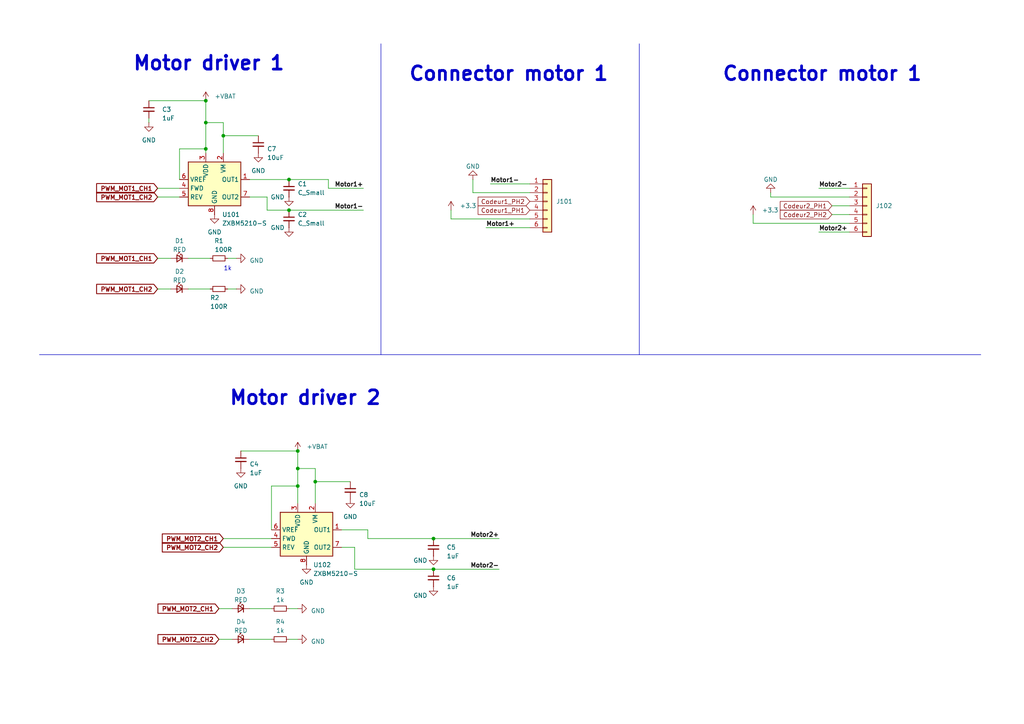
<source format=kicad_sch>
(kicad_sch
	(version 20231120)
	(generator "eeschema")
	(generator_version "8.0")
	(uuid "8324f89b-b8b2-4cb5-8b63-bf9422d891df")
	(paper "A4")
	(title_block
		(title "ENSEA")
		(date "2024-09-18")
		(rev "PROJET")
	)
	(lib_symbols
		(symbol "Connector_Generic:Conn_01x06"
			(pin_names
				(offset 1.016) hide)
			(exclude_from_sim no)
			(in_bom yes)
			(on_board yes)
			(property "Reference" "J"
				(at 0 7.62 0)
				(effects
					(font
						(size 1.27 1.27)
					)
				)
			)
			(property "Value" "Conn_01x06"
				(at 0 -10.16 0)
				(effects
					(font
						(size 1.27 1.27)
					)
				)
			)
			(property "Footprint" ""
				(at 0 0 0)
				(effects
					(font
						(size 1.27 1.27)
					)
					(hide yes)
				)
			)
			(property "Datasheet" "~"
				(at 0 0 0)
				(effects
					(font
						(size 1.27 1.27)
					)
					(hide yes)
				)
			)
			(property "Description" "Generic connector, single row, 01x06, script generated (kicad-library-utils/schlib/autogen/connector/)"
				(at 0 0 0)
				(effects
					(font
						(size 1.27 1.27)
					)
					(hide yes)
				)
			)
			(property "ki_keywords" "connector"
				(at 0 0 0)
				(effects
					(font
						(size 1.27 1.27)
					)
					(hide yes)
				)
			)
			(property "ki_fp_filters" "Connector*:*_1x??_*"
				(at 0 0 0)
				(effects
					(font
						(size 1.27 1.27)
					)
					(hide yes)
				)
			)
			(symbol "Conn_01x06_1_1"
				(rectangle
					(start -1.27 -7.493)
					(end 0 -7.747)
					(stroke
						(width 0.1524)
						(type default)
					)
					(fill
						(type none)
					)
				)
				(rectangle
					(start -1.27 -4.953)
					(end 0 -5.207)
					(stroke
						(width 0.1524)
						(type default)
					)
					(fill
						(type none)
					)
				)
				(rectangle
					(start -1.27 -2.413)
					(end 0 -2.667)
					(stroke
						(width 0.1524)
						(type default)
					)
					(fill
						(type none)
					)
				)
				(rectangle
					(start -1.27 0.127)
					(end 0 -0.127)
					(stroke
						(width 0.1524)
						(type default)
					)
					(fill
						(type none)
					)
				)
				(rectangle
					(start -1.27 2.667)
					(end 0 2.413)
					(stroke
						(width 0.1524)
						(type default)
					)
					(fill
						(type none)
					)
				)
				(rectangle
					(start -1.27 5.207)
					(end 0 4.953)
					(stroke
						(width 0.1524)
						(type default)
					)
					(fill
						(type none)
					)
				)
				(rectangle
					(start -1.27 6.35)
					(end 1.27 -8.89)
					(stroke
						(width 0.254)
						(type default)
					)
					(fill
						(type background)
					)
				)
				(pin passive line
					(at -5.08 5.08 0)
					(length 3.81)
					(name "Pin_1"
						(effects
							(font
								(size 1.27 1.27)
							)
						)
					)
					(number "1"
						(effects
							(font
								(size 1.27 1.27)
							)
						)
					)
				)
				(pin passive line
					(at -5.08 2.54 0)
					(length 3.81)
					(name "Pin_2"
						(effects
							(font
								(size 1.27 1.27)
							)
						)
					)
					(number "2"
						(effects
							(font
								(size 1.27 1.27)
							)
						)
					)
				)
				(pin passive line
					(at -5.08 0 0)
					(length 3.81)
					(name "Pin_3"
						(effects
							(font
								(size 1.27 1.27)
							)
						)
					)
					(number "3"
						(effects
							(font
								(size 1.27 1.27)
							)
						)
					)
				)
				(pin passive line
					(at -5.08 -2.54 0)
					(length 3.81)
					(name "Pin_4"
						(effects
							(font
								(size 1.27 1.27)
							)
						)
					)
					(number "4"
						(effects
							(font
								(size 1.27 1.27)
							)
						)
					)
				)
				(pin passive line
					(at -5.08 -5.08 0)
					(length 3.81)
					(name "Pin_5"
						(effects
							(font
								(size 1.27 1.27)
							)
						)
					)
					(number "5"
						(effects
							(font
								(size 1.27 1.27)
							)
						)
					)
				)
				(pin passive line
					(at -5.08 -7.62 0)
					(length 3.81)
					(name "Pin_6"
						(effects
							(font
								(size 1.27 1.27)
							)
						)
					)
					(number "6"
						(effects
							(font
								(size 1.27 1.27)
							)
						)
					)
				)
			)
		)
		(symbol "Device:C_Small"
			(pin_numbers hide)
			(pin_names
				(offset 0.254) hide)
			(exclude_from_sim no)
			(in_bom yes)
			(on_board yes)
			(property "Reference" "C"
				(at 0.254 1.778 0)
				(effects
					(font
						(size 1.27 1.27)
					)
					(justify left)
				)
			)
			(property "Value" "C_Small"
				(at 0.254 -2.032 0)
				(effects
					(font
						(size 1.27 1.27)
					)
					(justify left)
				)
			)
			(property "Footprint" ""
				(at 0 0 0)
				(effects
					(font
						(size 1.27 1.27)
					)
					(hide yes)
				)
			)
			(property "Datasheet" "~"
				(at 0 0 0)
				(effects
					(font
						(size 1.27 1.27)
					)
					(hide yes)
				)
			)
			(property "Description" "Unpolarized capacitor, small symbol"
				(at 0 0 0)
				(effects
					(font
						(size 1.27 1.27)
					)
					(hide yes)
				)
			)
			(property "ki_keywords" "capacitor cap"
				(at 0 0 0)
				(effects
					(font
						(size 1.27 1.27)
					)
					(hide yes)
				)
			)
			(property "ki_fp_filters" "C_*"
				(at 0 0 0)
				(effects
					(font
						(size 1.27 1.27)
					)
					(hide yes)
				)
			)
			(symbol "C_Small_0_1"
				(polyline
					(pts
						(xy -1.524 -0.508) (xy 1.524 -0.508)
					)
					(stroke
						(width 0.3302)
						(type default)
					)
					(fill
						(type none)
					)
				)
				(polyline
					(pts
						(xy -1.524 0.508) (xy 1.524 0.508)
					)
					(stroke
						(width 0.3048)
						(type default)
					)
					(fill
						(type none)
					)
				)
			)
			(symbol "C_Small_1_1"
				(pin passive line
					(at 0 2.54 270)
					(length 2.032)
					(name "~"
						(effects
							(font
								(size 1.27 1.27)
							)
						)
					)
					(number "1"
						(effects
							(font
								(size 1.27 1.27)
							)
						)
					)
				)
				(pin passive line
					(at 0 -2.54 90)
					(length 2.032)
					(name "~"
						(effects
							(font
								(size 1.27 1.27)
							)
						)
					)
					(number "2"
						(effects
							(font
								(size 1.27 1.27)
							)
						)
					)
				)
			)
		)
		(symbol "Device:LED_Small"
			(pin_numbers hide)
			(pin_names
				(offset 0.254) hide)
			(exclude_from_sim no)
			(in_bom yes)
			(on_board yes)
			(property "Reference" "D"
				(at -1.27 3.175 0)
				(effects
					(font
						(size 1.27 1.27)
					)
					(justify left)
				)
			)
			(property "Value" "LED_Small"
				(at -4.445 -2.54 0)
				(effects
					(font
						(size 1.27 1.27)
					)
					(justify left)
				)
			)
			(property "Footprint" ""
				(at 0 0 90)
				(effects
					(font
						(size 1.27 1.27)
					)
					(hide yes)
				)
			)
			(property "Datasheet" "~"
				(at 0 0 90)
				(effects
					(font
						(size 1.27 1.27)
					)
					(hide yes)
				)
			)
			(property "Description" "Light emitting diode, small symbol"
				(at 0 0 0)
				(effects
					(font
						(size 1.27 1.27)
					)
					(hide yes)
				)
			)
			(property "ki_keywords" "LED diode light-emitting-diode"
				(at 0 0 0)
				(effects
					(font
						(size 1.27 1.27)
					)
					(hide yes)
				)
			)
			(property "ki_fp_filters" "LED* LED_SMD:* LED_THT:*"
				(at 0 0 0)
				(effects
					(font
						(size 1.27 1.27)
					)
					(hide yes)
				)
			)
			(symbol "LED_Small_0_1"
				(polyline
					(pts
						(xy -0.762 -1.016) (xy -0.762 1.016)
					)
					(stroke
						(width 0.254)
						(type default)
					)
					(fill
						(type none)
					)
				)
				(polyline
					(pts
						(xy 1.016 0) (xy -0.762 0)
					)
					(stroke
						(width 0)
						(type default)
					)
					(fill
						(type none)
					)
				)
				(polyline
					(pts
						(xy 0.762 -1.016) (xy -0.762 0) (xy 0.762 1.016) (xy 0.762 -1.016)
					)
					(stroke
						(width 0.254)
						(type default)
					)
					(fill
						(type none)
					)
				)
				(polyline
					(pts
						(xy 0 0.762) (xy -0.508 1.27) (xy -0.254 1.27) (xy -0.508 1.27) (xy -0.508 1.016)
					)
					(stroke
						(width 0)
						(type default)
					)
					(fill
						(type none)
					)
				)
				(polyline
					(pts
						(xy 0.508 1.27) (xy 0 1.778) (xy 0.254 1.778) (xy 0 1.778) (xy 0 1.524)
					)
					(stroke
						(width 0)
						(type default)
					)
					(fill
						(type none)
					)
				)
			)
			(symbol "LED_Small_1_1"
				(pin passive line
					(at -2.54 0 0)
					(length 1.778)
					(name "K"
						(effects
							(font
								(size 1.27 1.27)
							)
						)
					)
					(number "1"
						(effects
							(font
								(size 1.27 1.27)
							)
						)
					)
				)
				(pin passive line
					(at 2.54 0 180)
					(length 1.778)
					(name "A"
						(effects
							(font
								(size 1.27 1.27)
							)
						)
					)
					(number "2"
						(effects
							(font
								(size 1.27 1.27)
							)
						)
					)
				)
			)
		)
		(symbol "Device:R_Small"
			(pin_numbers hide)
			(pin_names
				(offset 0.254) hide)
			(exclude_from_sim no)
			(in_bom yes)
			(on_board yes)
			(property "Reference" "R"
				(at 0.762 0.508 0)
				(effects
					(font
						(size 1.27 1.27)
					)
					(justify left)
				)
			)
			(property "Value" "R_Small"
				(at 0.762 -1.016 0)
				(effects
					(font
						(size 1.27 1.27)
					)
					(justify left)
				)
			)
			(property "Footprint" ""
				(at 0 0 0)
				(effects
					(font
						(size 1.27 1.27)
					)
					(hide yes)
				)
			)
			(property "Datasheet" "~"
				(at 0 0 0)
				(effects
					(font
						(size 1.27 1.27)
					)
					(hide yes)
				)
			)
			(property "Description" "Resistor, small symbol"
				(at 0 0 0)
				(effects
					(font
						(size 1.27 1.27)
					)
					(hide yes)
				)
			)
			(property "ki_keywords" "R resistor"
				(at 0 0 0)
				(effects
					(font
						(size 1.27 1.27)
					)
					(hide yes)
				)
			)
			(property "ki_fp_filters" "R_*"
				(at 0 0 0)
				(effects
					(font
						(size 1.27 1.27)
					)
					(hide yes)
				)
			)
			(symbol "R_Small_0_1"
				(rectangle
					(start -0.762 1.778)
					(end 0.762 -1.778)
					(stroke
						(width 0.2032)
						(type default)
					)
					(fill
						(type none)
					)
				)
			)
			(symbol "R_Small_1_1"
				(pin passive line
					(at 0 2.54 270)
					(length 0.762)
					(name "~"
						(effects
							(font
								(size 1.27 1.27)
							)
						)
					)
					(number "1"
						(effects
							(font
								(size 1.27 1.27)
							)
						)
					)
				)
				(pin passive line
					(at 0 -2.54 90)
					(length 0.762)
					(name "~"
						(effects
							(font
								(size 1.27 1.27)
							)
						)
					)
					(number "2"
						(effects
							(font
								(size 1.27 1.27)
							)
						)
					)
				)
			)
		)
		(symbol "Driver_Motor:ZXBM5210-S"
			(exclude_from_sim no)
			(in_bom yes)
			(on_board yes)
			(property "Reference" "U"
				(at -7.62 8.89 0)
				(effects
					(font
						(size 1.27 1.27)
					)
				)
			)
			(property "Value" "ZXBM5210-S"
				(at 10.16 8.89 0)
				(effects
					(font
						(size 1.27 1.27)
					)
				)
			)
			(property "Footprint" "Package_SO:SOIC-8_3.9x4.9mm_P1.27mm"
				(at 1.27 -6.35 0)
				(effects
					(font
						(size 1.27 1.27)
					)
					(hide yes)
				)
			)
			(property "Datasheet" "https://www.diodes.com/assets/Datasheets/ZXBM5210.pdf"
				(at 0 0 0)
				(effects
					(font
						(size 1.27 1.27)
					)
					(hide yes)
				)
			)
			(property "Description" "Reversible DC motor drive with speed control, 3-18V, 0.85A, SOIC-8"
				(at 0 0 0)
				(effects
					(font
						(size 1.27 1.27)
					)
					(hide yes)
				)
			)
			(property "ki_keywords" "H-bridge, motor driver, PWM, single coil"
				(at 0 0 0)
				(effects
					(font
						(size 1.27 1.27)
					)
					(hide yes)
				)
			)
			(property "ki_fp_filters" "SOIC*3.9x4.9mm*P1.27mm*"
				(at 0 0 0)
				(effects
					(font
						(size 1.27 1.27)
					)
					(hide yes)
				)
			)
			(symbol "ZXBM5210-S_0_0"
				(pin output line
					(at 10.16 2.54 180)
					(length 2.54)
					(name "OUT1"
						(effects
							(font
								(size 1.27 1.27)
							)
						)
					)
					(number "1"
						(effects
							(font
								(size 1.27 1.27)
							)
						)
					)
				)
				(pin power_in line
					(at 2.54 10.16 270)
					(length 2.54)
					(name "VM"
						(effects
							(font
								(size 1.27 1.27)
							)
						)
					)
					(number "2"
						(effects
							(font
								(size 1.27 1.27)
							)
						)
					)
				)
				(pin power_in line
					(at -2.54 10.16 270)
					(length 2.54)
					(name "VDD"
						(effects
							(font
								(size 1.27 1.27)
							)
						)
					)
					(number "3"
						(effects
							(font
								(size 1.27 1.27)
							)
						)
					)
				)
				(pin input line
					(at -10.16 0 0)
					(length 2.54)
					(name "FWD"
						(effects
							(font
								(size 1.27 1.27)
							)
						)
					)
					(number "4"
						(effects
							(font
								(size 1.27 1.27)
							)
						)
					)
				)
				(pin input line
					(at -10.16 -2.54 0)
					(length 2.54)
					(name "REV"
						(effects
							(font
								(size 1.27 1.27)
							)
						)
					)
					(number "5"
						(effects
							(font
								(size 1.27 1.27)
							)
						)
					)
				)
				(pin input line
					(at -10.16 2.54 0)
					(length 2.54)
					(name "VREF"
						(effects
							(font
								(size 1.27 1.27)
							)
						)
					)
					(number "6"
						(effects
							(font
								(size 1.27 1.27)
							)
						)
					)
				)
				(pin output line
					(at 10.16 -2.54 180)
					(length 2.54)
					(name "OUT2"
						(effects
							(font
								(size 1.27 1.27)
							)
						)
					)
					(number "7"
						(effects
							(font
								(size 1.27 1.27)
							)
						)
					)
				)
				(pin power_in line
					(at 0 -7.62 90)
					(length 2.54)
					(name "GND"
						(effects
							(font
								(size 1.27 1.27)
							)
						)
					)
					(number "8"
						(effects
							(font
								(size 1.27 1.27)
							)
						)
					)
				)
			)
			(symbol "ZXBM5210-S_0_1"
				(rectangle
					(start -7.62 7.62)
					(end 7.62 -5.08)
					(stroke
						(width 0.254)
						(type default)
					)
					(fill
						(type background)
					)
				)
			)
		)
		(symbol "power:+5V"
			(power)
			(pin_names
				(offset 0)
			)
			(exclude_from_sim no)
			(in_bom yes)
			(on_board yes)
			(property "Reference" "#PWR"
				(at 0 -3.81 0)
				(effects
					(font
						(size 1.27 1.27)
					)
					(hide yes)
				)
			)
			(property "Value" "+5V"
				(at 0 3.556 0)
				(effects
					(font
						(size 1.27 1.27)
					)
				)
			)
			(property "Footprint" ""
				(at 0 0 0)
				(effects
					(font
						(size 1.27 1.27)
					)
					(hide yes)
				)
			)
			(property "Datasheet" ""
				(at 0 0 0)
				(effects
					(font
						(size 1.27 1.27)
					)
					(hide yes)
				)
			)
			(property "Description" "Power symbol creates a global label with name \"+5V\""
				(at 0 0 0)
				(effects
					(font
						(size 1.27 1.27)
					)
					(hide yes)
				)
			)
			(property "ki_keywords" "global power"
				(at 0 0 0)
				(effects
					(font
						(size 1.27 1.27)
					)
					(hide yes)
				)
			)
			(symbol "+5V_0_1"
				(polyline
					(pts
						(xy -0.762 1.27) (xy 0 2.54)
					)
					(stroke
						(width 0)
						(type default)
					)
					(fill
						(type none)
					)
				)
				(polyline
					(pts
						(xy 0 0) (xy 0 2.54)
					)
					(stroke
						(width 0)
						(type default)
					)
					(fill
						(type none)
					)
				)
				(polyline
					(pts
						(xy 0 2.54) (xy 0.762 1.27)
					)
					(stroke
						(width 0)
						(type default)
					)
					(fill
						(type none)
					)
				)
			)
			(symbol "+5V_1_1"
				(pin power_in line
					(at 0 0 90)
					(length 0) hide
					(name "+5V"
						(effects
							(font
								(size 1.27 1.27)
							)
						)
					)
					(number "1"
						(effects
							(font
								(size 1.27 1.27)
							)
						)
					)
				)
			)
		)
		(symbol "power:GND"
			(power)
			(pin_numbers hide)
			(pin_names
				(offset 0) hide)
			(exclude_from_sim no)
			(in_bom yes)
			(on_board yes)
			(property "Reference" "#PWR"
				(at 0 -6.35 0)
				(effects
					(font
						(size 1.27 1.27)
					)
					(hide yes)
				)
			)
			(property "Value" "GND"
				(at 0 -3.81 0)
				(effects
					(font
						(size 1.27 1.27)
					)
				)
			)
			(property "Footprint" ""
				(at 0 0 0)
				(effects
					(font
						(size 1.27 1.27)
					)
					(hide yes)
				)
			)
			(property "Datasheet" ""
				(at 0 0 0)
				(effects
					(font
						(size 1.27 1.27)
					)
					(hide yes)
				)
			)
			(property "Description" "Power symbol creates a global label with name \"GND\" , ground"
				(at 0 0 0)
				(effects
					(font
						(size 1.27 1.27)
					)
					(hide yes)
				)
			)
			(property "ki_keywords" "global power"
				(at 0 0 0)
				(effects
					(font
						(size 1.27 1.27)
					)
					(hide yes)
				)
			)
			(symbol "GND_0_1"
				(polyline
					(pts
						(xy 0 0) (xy 0 -1.27) (xy 1.27 -1.27) (xy 0 -2.54) (xy -1.27 -1.27) (xy 0 -1.27)
					)
					(stroke
						(width 0)
						(type default)
					)
					(fill
						(type none)
					)
				)
			)
			(symbol "GND_1_1"
				(pin power_in line
					(at 0 0 270)
					(length 0)
					(name "~"
						(effects
							(font
								(size 1.27 1.27)
							)
						)
					)
					(number "1"
						(effects
							(font
								(size 1.27 1.27)
							)
						)
					)
				)
			)
		)
	)
	(junction
		(at 86.36 140.97)
		(diameter 0)
		(color 0 0 0 0)
		(uuid "23fae1f7-08b8-4050-9629-757f0a5296f2")
	)
	(junction
		(at 125.73 165.1)
		(diameter 0)
		(color 0 0 0 0)
		(uuid "3ad0f968-223e-44da-a534-f4893a06e2b3")
	)
	(junction
		(at 86.36 135.89)
		(diameter 0)
		(color 0 0 0 0)
		(uuid "3cd2131c-5ff8-4fdf-89f8-00a8f60b51e1")
	)
	(junction
		(at 86.36 130.81)
		(diameter 0)
		(color 0 0 0 0)
		(uuid "487bbdbd-9667-49b9-858c-bee60c036eba")
	)
	(junction
		(at 64.77 39.37)
		(diameter 0)
		(color 0 0 0 0)
		(uuid "491b5ea7-edfb-45a2-b797-6ff047434152")
	)
	(junction
		(at 83.82 60.96)
		(diameter 0)
		(color 0 0 0 0)
		(uuid "5b12651b-86cf-4e1b-8c75-3ea99e6fe134")
	)
	(junction
		(at 91.44 139.7)
		(diameter 0)
		(color 0 0 0 0)
		(uuid "6576fb27-52f0-495a-864e-6b4df174c684")
	)
	(junction
		(at 59.69 29.21)
		(diameter 0)
		(color 0 0 0 0)
		(uuid "7cf7e906-556c-4df9-b5b3-b34418af5911")
	)
	(junction
		(at 83.82 52.07)
		(diameter 0)
		(color 0 0 0 0)
		(uuid "8343361c-0f5b-4fbf-afbc-57ec3ef47458")
	)
	(junction
		(at 59.69 35.56)
		(diameter 0)
		(color 0 0 0 0)
		(uuid "9fcca4a6-9dc3-4518-8429-b4d1c4225731")
	)
	(junction
		(at 125.73 156.21)
		(diameter 0)
		(color 0 0 0 0)
		(uuid "ae40e11f-1943-40e9-b322-e3eb0234b946")
	)
	(junction
		(at 59.69 43.18)
		(diameter 0)
		(color 0 0 0 0)
		(uuid "df85a300-344a-4045-b2ee-989d42a9f24b")
	)
	(wire
		(pts
			(xy 78.74 140.97) (xy 78.74 153.67)
		)
		(stroke
			(width 0)
			(type default)
		)
		(uuid "061cc6bb-0a97-4633-9203-01a86d66029f")
	)
	(wire
		(pts
			(xy 91.44 146.05) (xy 91.44 139.7)
		)
		(stroke
			(width 0)
			(type default)
		)
		(uuid "09e8265d-578d-4e93-b7a4-b4d98521ce12")
	)
	(wire
		(pts
			(xy 64.77 158.75) (xy 78.74 158.75)
		)
		(stroke
			(width 0)
			(type default)
		)
		(uuid "0d053058-933a-4d05-b3fd-859c716e1b42")
	)
	(wire
		(pts
			(xy 64.77 44.45) (xy 64.77 39.37)
		)
		(stroke
			(width 0)
			(type default)
		)
		(uuid "13b5c45c-e265-47bb-98dd-0600c610da7a")
	)
	(wire
		(pts
			(xy 72.39 57.15) (xy 77.47 57.15)
		)
		(stroke
			(width 0)
			(type default)
		)
		(uuid "1718b3fc-39c9-4cba-82d3-c8a957a457c7")
	)
	(wire
		(pts
			(xy 52.07 43.18) (xy 52.07 52.07)
		)
		(stroke
			(width 0)
			(type default)
		)
		(uuid "1760ee11-8290-4514-8a88-9c76cb0e4224")
	)
	(wire
		(pts
			(xy 59.69 43.18) (xy 59.69 44.45)
		)
		(stroke
			(width 0)
			(type default)
		)
		(uuid "1ee389b2-5a78-4265-9d58-bbf0f56ad1a6")
	)
	(wire
		(pts
			(xy 218.44 64.77) (xy 246.38 64.77)
		)
		(stroke
			(width 0)
			(type default)
		)
		(uuid "24ffcdbb-f771-4873-aad9-356c1ed4bf7e")
	)
	(wire
		(pts
			(xy 102.87 165.1) (xy 102.87 158.75)
		)
		(stroke
			(width 0)
			(type default)
		)
		(uuid "292ca9c4-ac2d-45c1-8935-f53919d5e258")
	)
	(wire
		(pts
			(xy 72.39 52.07) (xy 83.82 52.07)
		)
		(stroke
			(width 0)
			(type default)
		)
		(uuid "29ebaf72-aab1-408c-a3e9-aa76ac8d6c93")
	)
	(wire
		(pts
			(xy 64.77 39.37) (xy 74.93 39.37)
		)
		(stroke
			(width 0)
			(type default)
		)
		(uuid "2b8a84e4-b05e-49d1-a37b-781c8b841f2b")
	)
	(wire
		(pts
			(xy 91.44 135.89) (xy 86.36 135.89)
		)
		(stroke
			(width 0)
			(type default)
		)
		(uuid "2e4e9b5f-8ea8-4806-909d-0f6eea682e79")
	)
	(wire
		(pts
			(xy 77.47 60.96) (xy 83.82 60.96)
		)
		(stroke
			(width 0)
			(type default)
		)
		(uuid "2e846e20-89bd-4a73-828a-40e13a301c17")
	)
	(wire
		(pts
			(xy 45.72 54.61) (xy 52.07 54.61)
		)
		(stroke
			(width 0)
			(type default)
		)
		(uuid "2ff95e56-a56c-4ce6-a3be-c594327abe88")
	)
	(wire
		(pts
			(xy 86.36 130.81) (xy 69.85 130.81)
		)
		(stroke
			(width 0)
			(type default)
		)
		(uuid "39b125f8-ae48-4aec-8fb0-9e61c536c60f")
	)
	(wire
		(pts
			(xy 64.77 156.21) (xy 78.74 156.21)
		)
		(stroke
			(width 0)
			(type default)
		)
		(uuid "3c36c675-ee91-46e5-9997-6ee31ad6c1b2")
	)
	(wire
		(pts
			(xy 130.81 60.96) (xy 130.81 63.5)
		)
		(stroke
			(width 0)
			(type default)
		)
		(uuid "41041dbb-8043-4729-8b1f-45ae956cf4f0")
	)
	(wire
		(pts
			(xy 142.24 53.34) (xy 153.67 53.34)
		)
		(stroke
			(width 0)
			(type default)
		)
		(uuid "4191320a-6861-4be5-8151-234dbfecea6c")
	)
	(wire
		(pts
			(xy 105.41 54.61) (xy 95.25 54.61)
		)
		(stroke
			(width 0)
			(type default)
		)
		(uuid "431dea02-f616-4021-a359-47748e7a544c")
	)
	(wire
		(pts
			(xy 63.5 176.53) (xy 67.31 176.53)
		)
		(stroke
			(width 0)
			(type default)
		)
		(uuid "45d6f35d-ca8d-4e5f-8d5f-771641de923f")
	)
	(wire
		(pts
			(xy 45.72 57.15) (xy 52.07 57.15)
		)
		(stroke
			(width 0)
			(type default)
		)
		(uuid "4716d550-164d-42a9-81bc-3abc89124a77")
	)
	(wire
		(pts
			(xy 72.39 185.42) (xy 78.74 185.42)
		)
		(stroke
			(width 0)
			(type default)
		)
		(uuid "485e9e41-aab7-4c4c-a9b2-e571f26cabcd")
	)
	(polyline
		(pts
			(xy 185.42 12.7) (xy 185.42 102.87)
		)
		(stroke
			(width 0)
			(type default)
		)
		(uuid "568f9533-d676-4b05-a528-9b68f50422d1")
	)
	(wire
		(pts
			(xy 86.36 135.89) (xy 86.36 130.81)
		)
		(stroke
			(width 0)
			(type default)
		)
		(uuid "61898a60-9a31-43c0-9563-8af5c89a8827")
	)
	(wire
		(pts
			(xy 78.74 140.97) (xy 86.36 140.97)
		)
		(stroke
			(width 0)
			(type default)
		)
		(uuid "6459f3b2-a472-4295-b6e1-8970e8d7cd60")
	)
	(wire
		(pts
			(xy 246.38 62.23) (xy 241.3 62.23)
		)
		(stroke
			(width 0)
			(type default)
		)
		(uuid "64ce3962-895e-430a-b3a4-9fc263251681")
	)
	(wire
		(pts
			(xy 43.18 29.21) (xy 59.69 29.21)
		)
		(stroke
			(width 0)
			(type default)
		)
		(uuid "66fea4c1-98ca-4f94-8c1a-2c842b56ea95")
	)
	(wire
		(pts
			(xy 140.97 66.04) (xy 153.67 66.04)
		)
		(stroke
			(width 0)
			(type default)
		)
		(uuid "6d1da022-6753-4954-b27d-6354287cffe3")
	)
	(wire
		(pts
			(xy 52.07 43.18) (xy 59.69 43.18)
		)
		(stroke
			(width 0)
			(type default)
		)
		(uuid "6ddb2981-4610-4e1a-ab56-fa92da4bc518")
	)
	(wire
		(pts
			(xy 153.67 63.5) (xy 130.81 63.5)
		)
		(stroke
			(width 0)
			(type default)
		)
		(uuid "7689ea7c-0a7d-41ad-a842-3321c2e659e4")
	)
	(wire
		(pts
			(xy 91.44 139.7) (xy 91.44 135.89)
		)
		(stroke
			(width 0)
			(type default)
		)
		(uuid "8a58f754-bc41-4e03-beb6-dfbb530be3a3")
	)
	(wire
		(pts
			(xy 91.44 139.7) (xy 101.6 139.7)
		)
		(stroke
			(width 0)
			(type default)
		)
		(uuid "8bc309bd-7cd8-4985-aeb6-8ee67984fe04")
	)
	(wire
		(pts
			(xy 83.82 185.42) (xy 86.36 185.42)
		)
		(stroke
			(width 0)
			(type default)
		)
		(uuid "8c2d6375-401e-4c61-a350-9b5818463754")
	)
	(wire
		(pts
			(xy 218.44 62.23) (xy 218.44 64.77)
		)
		(stroke
			(width 0)
			(type default)
		)
		(uuid "8dad3f63-131b-44c6-8626-fcf82159d6bf")
	)
	(wire
		(pts
			(xy 95.25 54.61) (xy 95.25 52.07)
		)
		(stroke
			(width 0)
			(type default)
		)
		(uuid "90032c03-4b22-42d3-a771-9a1c57ac2ec7")
	)
	(wire
		(pts
			(xy 83.82 176.53) (xy 86.36 176.53)
		)
		(stroke
			(width 0)
			(type default)
		)
		(uuid "9408e06e-c4ea-4be1-b211-2fad7809e233")
	)
	(wire
		(pts
			(xy 102.87 165.1) (xy 125.73 165.1)
		)
		(stroke
			(width 0)
			(type default)
		)
		(uuid "95c6d202-240d-4ff9-a62b-421efce0c3ec")
	)
	(wire
		(pts
			(xy 86.36 140.97) (xy 86.36 135.89)
		)
		(stroke
			(width 0)
			(type default)
		)
		(uuid "9782f73b-dbe2-4df5-946b-0a3ce5783ebd")
	)
	(wire
		(pts
			(xy 246.38 67.31) (xy 237.49 67.31)
		)
		(stroke
			(width 0)
			(type default)
		)
		(uuid "9b631d6a-8a32-4854-be34-9d972b1a9fe2")
	)
	(wire
		(pts
			(xy 77.47 60.96) (xy 77.47 57.15)
		)
		(stroke
			(width 0)
			(type default)
		)
		(uuid "9c8f6197-3e2f-4648-a47e-65f3a988b96f")
	)
	(wire
		(pts
			(xy 102.87 158.75) (xy 99.06 158.75)
		)
		(stroke
			(width 0)
			(type default)
		)
		(uuid "9f8c0897-2536-448e-876b-46a9ab2461d0")
	)
	(wire
		(pts
			(xy 43.18 35.56) (xy 43.18 34.29)
		)
		(stroke
			(width 0)
			(type default)
		)
		(uuid "a5a314b2-2a2e-4754-9b1b-e69a6c3f61c6")
	)
	(wire
		(pts
			(xy 223.52 57.15) (xy 223.52 55.88)
		)
		(stroke
			(width 0)
			(type default)
		)
		(uuid "a6a3900b-4412-42fa-8ee9-686e5988f611")
	)
	(wire
		(pts
			(xy 106.68 153.67) (xy 99.06 153.67)
		)
		(stroke
			(width 0)
			(type default)
		)
		(uuid "a785e8c9-10d6-42ac-9a5e-f26c1a8c4e80")
	)
	(wire
		(pts
			(xy 246.38 54.61) (xy 237.49 54.61)
		)
		(stroke
			(width 0)
			(type default)
		)
		(uuid "a830947e-1a80-4087-aae1-1f16ddd81150")
	)
	(wire
		(pts
			(xy 106.68 156.21) (xy 106.68 153.67)
		)
		(stroke
			(width 0)
			(type default)
		)
		(uuid "a89f2ab1-c4b0-49ed-b0a3-c0545eb0ca43")
	)
	(wire
		(pts
			(xy 83.82 52.07) (xy 95.25 52.07)
		)
		(stroke
			(width 0)
			(type default)
		)
		(uuid "ab79c0c2-9346-4605-a944-460922325788")
	)
	(wire
		(pts
			(xy 86.36 140.97) (xy 86.36 146.05)
		)
		(stroke
			(width 0)
			(type default)
		)
		(uuid "ada3a162-6cb9-456b-a224-39dba45998bd")
	)
	(wire
		(pts
			(xy 66.04 83.82) (xy 68.58 83.82)
		)
		(stroke
			(width 0)
			(type default)
		)
		(uuid "ae03d293-60e8-4e89-83fc-9fbcc4b90445")
	)
	(wire
		(pts
			(xy 64.77 35.56) (xy 59.69 35.56)
		)
		(stroke
			(width 0)
			(type default)
		)
		(uuid "b071ead3-6869-4091-a9bb-3431445bea35")
	)
	(wire
		(pts
			(xy 54.61 83.82) (xy 60.96 83.82)
		)
		(stroke
			(width 0)
			(type default)
		)
		(uuid "bae901e9-d48f-4600-aed7-e68747449887")
	)
	(wire
		(pts
			(xy 64.77 39.37) (xy 64.77 35.56)
		)
		(stroke
			(width 0)
			(type default)
		)
		(uuid "bd71b071-5d87-487f-8744-0d9674e77ecb")
	)
	(wire
		(pts
			(xy 106.68 156.21) (xy 125.73 156.21)
		)
		(stroke
			(width 0)
			(type default)
		)
		(uuid "c1155eb5-614d-4bfe-a26c-f8cc12c15a31")
	)
	(wire
		(pts
			(xy 45.72 83.82) (xy 49.53 83.82)
		)
		(stroke
			(width 0)
			(type default)
		)
		(uuid "c2d7827a-9f88-45cb-a0f6-b898ff77cdf7")
	)
	(wire
		(pts
			(xy 246.38 59.69) (xy 241.3 59.69)
		)
		(stroke
			(width 0)
			(type default)
		)
		(uuid "c68e14f9-a07b-4f52-a2fd-c1cb81882426")
	)
	(wire
		(pts
			(xy 54.61 74.93) (xy 60.96 74.93)
		)
		(stroke
			(width 0)
			(type default)
		)
		(uuid "ce06844c-e3a6-4b7d-a948-441217f1880d")
	)
	(polyline
		(pts
			(xy 110.49 12.7) (xy 110.49 102.87)
		)
		(stroke
			(width 0)
			(type default)
		)
		(uuid "ce0fbcda-a81a-40d7-8ec4-faffab547d35")
	)
	(polyline
		(pts
			(xy 11.43 102.87) (xy 284.48 102.87)
		)
		(stroke
			(width 0)
			(type default)
		)
		(uuid "cffd0c2c-196b-4232-8555-5009c683478e")
	)
	(wire
		(pts
			(xy 125.73 156.21) (xy 144.78 156.21)
		)
		(stroke
			(width 0)
			(type default)
		)
		(uuid "d6105058-851f-49a6-9673-1c5c04b56c1d")
	)
	(wire
		(pts
			(xy 59.69 35.56) (xy 59.69 43.18)
		)
		(stroke
			(width 0)
			(type default)
		)
		(uuid "d793916c-1893-4bcc-969d-36ee8f5fe7cf")
	)
	(wire
		(pts
			(xy 83.82 60.96) (xy 105.41 60.96)
		)
		(stroke
			(width 0)
			(type default)
		)
		(uuid "d8facf7b-1b25-4e8d-b557-d525f317b3de")
	)
	(wire
		(pts
			(xy 63.5 185.42) (xy 67.31 185.42)
		)
		(stroke
			(width 0)
			(type default)
		)
		(uuid "da0e3b4b-5a1c-475f-a8ed-eb9610c6ced5")
	)
	(wire
		(pts
			(xy 137.16 52.07) (xy 137.16 55.88)
		)
		(stroke
			(width 0)
			(type default)
		)
		(uuid "ddf6fab8-6273-4350-9faf-1439d2415b9a")
	)
	(wire
		(pts
			(xy 125.73 165.1) (xy 144.78 165.1)
		)
		(stroke
			(width 0)
			(type default)
		)
		(uuid "dfb6a01a-5401-49cb-a339-19c0dcd2b872")
	)
	(wire
		(pts
			(xy 153.67 55.88) (xy 137.16 55.88)
		)
		(stroke
			(width 0)
			(type default)
		)
		(uuid "eaf86f26-29ea-4ab4-b927-aff9fe9e2fcc")
	)
	(wire
		(pts
			(xy 45.72 74.93) (xy 49.53 74.93)
		)
		(stroke
			(width 0)
			(type default)
		)
		(uuid "eef2d700-0736-4019-b436-c4fa8e59ccfc")
	)
	(wire
		(pts
			(xy 59.69 29.21) (xy 59.69 35.56)
		)
		(stroke
			(width 0)
			(type default)
		)
		(uuid "f456dea4-a274-4b5f-beae-3bb9bad042f5")
	)
	(wire
		(pts
			(xy 66.04 74.93) (xy 68.58 74.93)
		)
		(stroke
			(width 0)
			(type default)
		)
		(uuid "f7ad4274-a7b9-457f-abe4-da45dbe9fb3a")
	)
	(wire
		(pts
			(xy 72.39 176.53) (xy 78.74 176.53)
		)
		(stroke
			(width 0)
			(type default)
		)
		(uuid "fb7542c7-0e29-4bf4-86de-421f99c81bc3")
	)
	(wire
		(pts
			(xy 223.52 57.15) (xy 246.38 57.15)
		)
		(stroke
			(width 0)
			(type default)
		)
		(uuid "fdfab59f-d845-4cf2-a3b1-fb39f0b21fd5")
	)
	(text "Connector motor 1\n"
		(exclude_from_sim no)
		(at 209.296 23.876 0)
		(effects
			(font
				(size 4 4)
				(thickness 0.8)
				(bold yes)
				(color 0 0 194 1)
			)
			(justify left bottom)
		)
		(uuid "54403be4-4cda-4c1b-a06a-d964d915fa68")
	)
	(text "Motor driver 1\n"
		(exclude_from_sim no)
		(at 38.354 20.828 0)
		(effects
			(font
				(size 4 4)
				(thickness 0.8)
				(bold yes)
				(color 0 0 194 1)
			)
			(justify left bottom)
		)
		(uuid "a097fd3e-e4ac-4a6e-8e1b-ea30be41cf4a")
	)
	(text "Motor driver 2\n"
		(exclude_from_sim no)
		(at 66.294 117.856 0)
		(effects
			(font
				(size 4 4)
				(thickness 0.8)
				(bold yes)
				(color 0 0 194 1)
			)
			(justify left bottom)
		)
		(uuid "bca95fd3-b9e7-4298-aa38-ee3937e593c2")
	)
	(text "Connector motor 1\n"
		(exclude_from_sim no)
		(at 118.364 23.876 0)
		(effects
			(font
				(size 4 4)
				(thickness 0.8)
				(bold yes)
				(color 0 0 194 1)
			)
			(justify left bottom)
		)
		(uuid "e8cbebd2-4367-4b34-a171-0c4c20c8d019")
	)
	(text "1k"
		(exclude_from_sim no)
		(at 66.04 77.978 0)
		(effects
			(font
				(size 1.27 1.27)
			)
		)
		(uuid "ef648ea7-3532-458d-ab37-c0ff7f225781")
	)
	(label "Motor1+"
		(at 140.97 66.04 0)
		(fields_autoplaced yes)
		(effects
			(font
				(size 1.27 1.27)
				(bold yes)
			)
			(justify left bottom)
		)
		(uuid "09969b4c-595d-4547-821e-aa9cb7ee698d")
	)
	(label "Motor2-"
		(at 237.49 54.61 0)
		(fields_autoplaced yes)
		(effects
			(font
				(size 1.27 1.27)
				(bold yes)
			)
			(justify left bottom)
		)
		(uuid "1cd8000e-30c3-4f62-98d8-b25adaf58d7a")
	)
	(label "Motor2-"
		(at 144.78 165.1 180)
		(fields_autoplaced yes)
		(effects
			(font
				(size 1.27 1.27)
				(bold yes)
			)
			(justify right bottom)
		)
		(uuid "2769dccf-1ceb-48e9-ab0b-1376cac7a6f9")
	)
	(label "Motor2+"
		(at 144.78 156.21 180)
		(fields_autoplaced yes)
		(effects
			(font
				(size 1.27 1.27)
				(bold yes)
			)
			(justify right bottom)
		)
		(uuid "34e638e3-b51e-4cb7-85cd-77abfa609f07")
	)
	(label "Motor2+"
		(at 237.49 67.31 0)
		(fields_autoplaced yes)
		(effects
			(font
				(size 1.27 1.27)
				(bold yes)
			)
			(justify left bottom)
		)
		(uuid "8748ee55-9793-4726-83d1-e5d72bec398c")
	)
	(label "Motor1-"
		(at 142.24 53.34 0)
		(fields_autoplaced yes)
		(effects
			(font
				(size 1.27 1.27)
				(bold yes)
			)
			(justify left bottom)
		)
		(uuid "a0ef4ca4-94a3-4988-8b22-7c760512c757")
	)
	(label "Motor1+"
		(at 105.41 54.61 180)
		(fields_autoplaced yes)
		(effects
			(font
				(size 1.27 1.27)
				(bold yes)
			)
			(justify right bottom)
		)
		(uuid "e853908c-a795-4d85-9e02-0c9ebc3bf610")
	)
	(label "Motor1-"
		(at 105.41 60.96 180)
		(fields_autoplaced yes)
		(effects
			(font
				(size 1.27 1.27)
				(bold yes)
			)
			(justify right bottom)
		)
		(uuid "ef96afb6-c374-431b-800f-c57ed8c8a7dc")
	)
	(global_label "PWM_MOT1_CH2"
		(shape input)
		(at 45.72 83.82 180)
		(fields_autoplaced yes)
		(effects
			(font
				(size 1.27 1.27)
				(bold yes)
			)
			(justify right)
		)
		(uuid "10256238-ffa0-4937-8516-4c2e9a1a778a")
		(property "Intersheetrefs" "${INTERSHEET_REFS}"
			(at 27.3818 83.82 0)
			(effects
				(font
					(size 1.27 1.27)
				)
				(justify right)
				(hide yes)
			)
		)
	)
	(global_label "PWM_MOT1_CH1"
		(shape input)
		(at 45.72 74.93 180)
		(fields_autoplaced yes)
		(effects
			(font
				(size 1.27 1.27)
				(bold yes)
			)
			(justify right)
		)
		(uuid "28cf4152-20bf-4949-928b-37c93f8691f8")
		(property "Intersheetrefs" "${INTERSHEET_REFS}"
			(at 27.3818 74.93 0)
			(effects
				(font
					(size 1.27 1.27)
				)
				(justify right)
				(hide yes)
			)
		)
	)
	(global_label "Codeur1_PH2"
		(shape input)
		(at 153.67 58.42 180)
		(fields_autoplaced yes)
		(effects
			(font
				(size 1.27 1.27)
			)
			(justify right)
		)
		(uuid "72ced6f7-b66e-4c43-8b5d-0172c84c4207")
		(property "Intersheetrefs" "${INTERSHEET_REFS}"
			(at 138.1059 58.42 0)
			(effects
				(font
					(size 1.27 1.27)
				)
				(justify right)
				(hide yes)
			)
		)
	)
	(global_label "PWM_MOT2_CH1"
		(shape input)
		(at 64.77 156.21 180)
		(fields_autoplaced yes)
		(effects
			(font
				(size 1.27 1.27)
				(bold yes)
			)
			(justify right)
		)
		(uuid "78a6e3c6-019d-431d-b95c-61c55ad7b0ee")
		(property "Intersheetrefs" "${INTERSHEET_REFS}"
			(at 46.5588 156.21 0)
			(effects
				(font
					(size 1.27 1.27)
				)
				(justify right)
				(hide yes)
			)
		)
	)
	(global_label "PWM_MOT2_CH2"
		(shape input)
		(at 63.5 185.42 180)
		(fields_autoplaced yes)
		(effects
			(font
				(size 1.27 1.27)
				(bold yes)
			)
			(justify right)
		)
		(uuid "7b59c1fe-3e14-430b-8e75-e9c382f3016c")
		(property "Intersheetrefs" "${INTERSHEET_REFS}"
			(at 45.2888 185.42 0)
			(effects
				(font
					(size 1.27 1.27)
				)
				(justify right)
				(hide yes)
			)
		)
	)
	(global_label "PWM_MOT1_CH1"
		(shape input)
		(at 45.72 54.61 180)
		(fields_autoplaced yes)
		(effects
			(font
				(size 1.27 1.27)
				(bold yes)
			)
			(justify right)
		)
		(uuid "86e3ecf8-1e8f-45d9-81ad-fb3376f86851")
		(property "Intersheetrefs" "${INTERSHEET_REFS}"
			(at 27.5088 54.61 0)
			(effects
				(font
					(size 1.27 1.27)
				)
				(justify right)
				(hide yes)
			)
		)
	)
	(global_label "Codeur1_PH1"
		(shape input)
		(at 153.67 60.96 180)
		(fields_autoplaced yes)
		(effects
			(font
				(size 1.27 1.27)
			)
			(justify right)
		)
		(uuid "8e023ebf-553f-4166-90a0-2688ca945ee5")
		(property "Intersheetrefs" "${INTERSHEET_REFS}"
			(at 138.1059 60.96 0)
			(effects
				(font
					(size 1.27 1.27)
				)
				(justify right)
				(hide yes)
			)
		)
	)
	(global_label "Codeur2_PH2"
		(shape input)
		(at 241.3 62.23 180)
		(fields_autoplaced yes)
		(effects
			(font
				(size 1.27 1.27)
			)
			(justify right)
		)
		(uuid "8ffad26b-e500-4b17-9991-688c93a3a356")
		(property "Intersheetrefs" "${INTERSHEET_REFS}"
			(at 225.7359 62.23 0)
			(effects
				(font
					(size 1.27 1.27)
				)
				(justify right)
				(hide yes)
			)
		)
	)
	(global_label "PWM_MOT2_CH1"
		(shape input)
		(at 63.5 176.53 180)
		(fields_autoplaced yes)
		(effects
			(font
				(size 1.27 1.27)
				(bold yes)
			)
			(justify right)
		)
		(uuid "9394c9b8-931e-49b2-8fbf-07878858bf38")
		(property "Intersheetrefs" "${INTERSHEET_REFS}"
			(at 45.2888 176.53 0)
			(effects
				(font
					(size 1.27 1.27)
				)
				(justify right)
				(hide yes)
			)
		)
	)
	(global_label "Codeur2_PH1"
		(shape input)
		(at 241.3 59.69 180)
		(fields_autoplaced yes)
		(effects
			(font
				(size 1.27 1.27)
			)
			(justify right)
		)
		(uuid "98062650-8aeb-4bae-b713-7e43b284d6ba")
		(property "Intersheetrefs" "${INTERSHEET_REFS}"
			(at 225.7359 59.69 0)
			(effects
				(font
					(size 1.27 1.27)
				)
				(justify right)
				(hide yes)
			)
		)
	)
	(global_label "PWM_MOT1_CH2"
		(shape input)
		(at 45.72 57.15 180)
		(fields_autoplaced yes)
		(effects
			(font
				(size 1.27 1.27)
				(bold yes)
			)
			(justify right)
		)
		(uuid "b57c2474-876a-4c6f-b4c7-beb752213315")
		(property "Intersheetrefs" "${INTERSHEET_REFS}"
			(at 27.5088 57.15 0)
			(effects
				(font
					(size 1.27 1.27)
				)
				(justify right)
				(hide yes)
			)
		)
	)
	(global_label "PWM_MOT2_CH2"
		(shape input)
		(at 64.77 158.75 180)
		(fields_autoplaced yes)
		(effects
			(font
				(size 1.27 1.27)
				(bold yes)
			)
			(justify right)
		)
		(uuid "d1f53b05-54a9-4516-8b59-08b952a3c896")
		(property "Intersheetrefs" "${INTERSHEET_REFS}"
			(at 46.5588 158.75 0)
			(effects
				(font
					(size 1.27 1.27)
				)
				(justify right)
				(hide yes)
			)
		)
	)
	(symbol
		(lib_id "power:GND")
		(at 125.73 170.18 0)
		(unit 1)
		(exclude_from_sim no)
		(in_bom yes)
		(on_board yes)
		(dnp no)
		(uuid "0df01383-4bde-4b60-8292-d07730bb258c")
		(property "Reference" "#PWR0120"
			(at 125.73 176.53 0)
			(effects
				(font
					(size 1.27 1.27)
				)
				(hide yes)
			)
		)
		(property "Value" "GND"
			(at 121.92 172.72 0)
			(effects
				(font
					(size 1.27 1.27)
				)
			)
		)
		(property "Footprint" ""
			(at 125.73 170.18 0)
			(effects
				(font
					(size 1.27 1.27)
				)
				(hide yes)
			)
		)
		(property "Datasheet" ""
			(at 125.73 170.18 0)
			(effects
				(font
					(size 1.27 1.27)
				)
				(hide yes)
			)
		)
		(property "Description" ""
			(at 125.73 170.18 0)
			(effects
				(font
					(size 1.27 1.27)
				)
				(hide yes)
			)
		)
		(pin "1"
			(uuid "4a59adfb-781d-48f5-b5d8-b90b947a5e08")
		)
		(instances
			(project "Projet_CHAT_WAWA"
				(path "/8324f89b-b8b2-4cb5-8b63-bf9422d891df"
					(reference "#PWR0120")
					(unit 1)
				)
			)
		)
	)
	(symbol
		(lib_id "Connector_Generic:Conn_01x06")
		(at 251.46 59.69 0)
		(unit 1)
		(exclude_from_sim no)
		(in_bom yes)
		(on_board yes)
		(dnp no)
		(fields_autoplaced yes)
		(uuid "0edfbc69-a505-4f0c-a9fb-f465aba82a3f")
		(property "Reference" "J102"
			(at 254 59.69 0)
			(effects
				(font
					(size 1.27 1.27)
				)
				(justify left)
			)
		)
		(property "Value" "Conn_01x06"
			(at 254 62.23 0)
			(effects
				(font
					(size 1.27 1.27)
				)
				(justify left)
				(hide yes)
			)
		)
		(property "Footprint" "Connector_JST:JST_XH_S6B-XH-A_1x06_P2.50mm_Horizontal"
			(at 251.46 59.69 0)
			(effects
				(font
					(size 1.27 1.27)
				)
				(hide yes)
			)
		)
		(property "Datasheet" "~"
			(at 251.46 59.69 0)
			(effects
				(font
					(size 1.27 1.27)
				)
				(hide yes)
			)
		)
		(property "Description" ""
			(at 251.46 59.69 0)
			(effects
				(font
					(size 1.27 1.27)
				)
				(hide yes)
			)
		)
		(pin "1"
			(uuid "dc46d3e5-0ce0-47a3-9d7a-ec6c2b359689")
		)
		(pin "2"
			(uuid "31fad781-49ec-43ff-9bd2-61e48eef08de")
		)
		(pin "3"
			(uuid "ea1b05e7-9aac-4405-a8c9-5c8e02689d82")
		)
		(pin "4"
			(uuid "1f16b90b-d193-4ec1-9708-273e7522744a")
		)
		(pin "5"
			(uuid "4060ed4f-be47-4c1a-ad2c-b5e68c732278")
		)
		(pin "6"
			(uuid "14605f38-d000-4f8a-b675-df5618533c87")
		)
		(instances
			(project "Projet_CHAT_WAWA"
				(path "/8324f89b-b8b2-4cb5-8b63-bf9422d891df"
					(reference "J102")
					(unit 1)
				)
			)
		)
	)
	(symbol
		(lib_id "Driver_Motor:ZXBM5210-S")
		(at 88.9 156.21 0)
		(unit 1)
		(exclude_from_sim no)
		(in_bom yes)
		(on_board yes)
		(dnp no)
		(fields_autoplaced yes)
		(uuid "14469a3f-7aec-46ef-b740-d8bea5e45ed6")
		(property "Reference" "U102"
			(at 90.8559 163.83 0)
			(effects
				(font
					(size 1.27 1.27)
				)
				(justify left)
			)
		)
		(property "Value" "ZXBM5210-S"
			(at 90.8559 166.37 0)
			(effects
				(font
					(size 1.27 1.27)
				)
				(justify left)
			)
		)
		(property "Footprint" "Package_SO:SOIC-8-1EP_3.9x4.9mm_P1.27mm_EP2.62x3.51mm_ThermalVias"
			(at 90.17 162.56 0)
			(effects
				(font
					(size 1.27 1.27)
				)
				(hide yes)
			)
		)
		(property "Datasheet" "https://www.diodes.com/assets/Datasheets/ZXBM5210.pdf"
			(at 88.9 156.21 0)
			(effects
				(font
					(size 1.27 1.27)
				)
				(hide yes)
			)
		)
		(property "Description" ""
			(at 88.9 156.21 0)
			(effects
				(font
					(size 1.27 1.27)
				)
				(hide yes)
			)
		)
		(property "Mouser Part Number" " 621-ZXBM5210-SP-13 "
			(at 88.9 156.21 0)
			(effects
				(font
					(size 1.27 1.27)
				)
				(hide yes)
			)
		)
		(property "Mouser Price/Stock" "https://www.mouser.fr/ProductDetail/Diodes-Incorporated/ZXBM5210-SP-13?qs=98WN%2FnWUQiQYAgSBGLkvdw%3D%3D"
			(at 88.9 156.21 0)
			(effects
				(font
					(size 1.27 1.27)
				)
				(hide yes)
			)
		)
		(pin "1"
			(uuid "0925efc2-fca3-4a67-8bcb-54407edf02b4")
		)
		(pin "2"
			(uuid "6b7d31b6-9da1-4e03-a31a-eebd0db3e572")
		)
		(pin "3"
			(uuid "87f7df12-8342-4fa6-911e-20d66af43bc3")
		)
		(pin "4"
			(uuid "674de9b0-b33c-407f-8399-374f91197d7b")
		)
		(pin "5"
			(uuid "f036945c-c38d-4e73-acf9-eeba0a5b1d38")
		)
		(pin "6"
			(uuid "b7fa516a-05d7-419f-8e07-4e9ed0baec86")
		)
		(pin "7"
			(uuid "e37dae51-69ab-406e-bbe0-cc6535f62403")
		)
		(pin "8"
			(uuid "16264259-9f73-48b9-9280-38f3025a7467")
		)
		(instances
			(project "Projet_CHAT_WAWA"
				(path "/8324f89b-b8b2-4cb5-8b63-bf9422d891df"
					(reference "U102")
					(unit 1)
				)
			)
		)
	)
	(symbol
		(lib_id "power:GND")
		(at 69.85 135.89 0)
		(unit 1)
		(exclude_from_sim no)
		(in_bom yes)
		(on_board yes)
		(dnp no)
		(fields_autoplaced yes)
		(uuid "1a5b8af6-3bdd-4cf2-b586-02d35b50b8f1")
		(property "Reference" "#PWR0112"
			(at 69.85 142.24 0)
			(effects
				(font
					(size 1.27 1.27)
				)
				(hide yes)
			)
		)
		(property "Value" "GND"
			(at 69.85 140.97 0)
			(effects
				(font
					(size 1.27 1.27)
				)
			)
		)
		(property "Footprint" ""
			(at 69.85 135.89 0)
			(effects
				(font
					(size 1.27 1.27)
				)
				(hide yes)
			)
		)
		(property "Datasheet" ""
			(at 69.85 135.89 0)
			(effects
				(font
					(size 1.27 1.27)
				)
				(hide yes)
			)
		)
		(property "Description" ""
			(at 69.85 135.89 0)
			(effects
				(font
					(size 1.27 1.27)
				)
				(hide yes)
			)
		)
		(pin "1"
			(uuid "c42f6ecf-9e94-4f40-b4cd-a6fc96050716")
		)
		(instances
			(project "Projet_CHAT_WAWA"
				(path "/8324f89b-b8b2-4cb5-8b63-bf9422d891df"
					(reference "#PWR0112")
					(unit 1)
				)
			)
		)
	)
	(symbol
		(lib_id "power:GND")
		(at 86.36 176.53 90)
		(unit 1)
		(exclude_from_sim no)
		(in_bom yes)
		(on_board yes)
		(dnp no)
		(fields_autoplaced yes)
		(uuid "1b01f773-8083-4a51-b208-04c6c0aa0c67")
		(property "Reference" "#PWR0114"
			(at 92.71 176.53 0)
			(effects
				(font
					(size 1.27 1.27)
				)
				(hide yes)
			)
		)
		(property "Value" "GND"
			(at 90.17 177.165 90)
			(effects
				(font
					(size 1.27 1.27)
				)
				(justify right)
			)
		)
		(property "Footprint" ""
			(at 86.36 176.53 0)
			(effects
				(font
					(size 1.27 1.27)
				)
				(hide yes)
			)
		)
		(property "Datasheet" ""
			(at 86.36 176.53 0)
			(effects
				(font
					(size 1.27 1.27)
				)
				(hide yes)
			)
		)
		(property "Description" ""
			(at 86.36 176.53 0)
			(effects
				(font
					(size 1.27 1.27)
				)
				(hide yes)
			)
		)
		(pin "1"
			(uuid "abbcba84-3833-4bd8-891e-637611d9972d")
		)
		(instances
			(project "Projet_CHAT_WAWA"
				(path "/8324f89b-b8b2-4cb5-8b63-bf9422d891df"
					(reference "#PWR0114")
					(unit 1)
				)
			)
		)
	)
	(symbol
		(lib_id "power:GND")
		(at 43.18 35.56 0)
		(unit 1)
		(exclude_from_sim no)
		(in_bom yes)
		(on_board yes)
		(dnp no)
		(fields_autoplaced yes)
		(uuid "1d28bc8f-5fe8-4472-9929-84dfc18f8c53")
		(property "Reference" "#PWR0106"
			(at 43.18 41.91 0)
			(effects
				(font
					(size 1.27 1.27)
				)
				(hide yes)
			)
		)
		(property "Value" "GND"
			(at 43.18 40.64 0)
			(effects
				(font
					(size 1.27 1.27)
				)
			)
		)
		(property "Footprint" ""
			(at 43.18 35.56 0)
			(effects
				(font
					(size 1.27 1.27)
				)
				(hide yes)
			)
		)
		(property "Datasheet" ""
			(at 43.18 35.56 0)
			(effects
				(font
					(size 1.27 1.27)
				)
				(hide yes)
			)
		)
		(property "Description" ""
			(at 43.18 35.56 0)
			(effects
				(font
					(size 1.27 1.27)
				)
				(hide yes)
			)
		)
		(pin "1"
			(uuid "1f317b19-23d1-469d-8a71-333da7347be6")
		)
		(instances
			(project "Projet_CHAT_WAWA"
				(path "/8324f89b-b8b2-4cb5-8b63-bf9422d891df"
					(reference "#PWR0106")
					(unit 1)
				)
			)
		)
	)
	(symbol
		(lib_id "Device:C_Small")
		(at 125.73 158.75 0)
		(unit 1)
		(exclude_from_sim no)
		(in_bom yes)
		(on_board yes)
		(dnp no)
		(uuid "20e1bc06-b02f-44a7-a715-12062b576b57")
		(property "Reference" "C5"
			(at 129.54 158.75 0)
			(effects
				(font
					(size 1.27 1.27)
				)
				(justify left)
			)
		)
		(property "Value" "1uF"
			(at 129.54 161.29 0)
			(effects
				(font
					(size 1.27 1.27)
				)
				(justify left)
			)
		)
		(property "Footprint" "Capacitor_SMD:C_0603_1608Metric_Pad1.08x0.95mm_HandSolder"
			(at 125.73 158.75 0)
			(effects
				(font
					(size 1.27 1.27)
				)
				(hide yes)
			)
		)
		(property "Datasheet" "~"
			(at 125.73 158.75 0)
			(effects
				(font
					(size 1.27 1.27)
				)
				(hide yes)
			)
		)
		(property "Description" ""
			(at 125.73 158.75 0)
			(effects
				(font
					(size 1.27 1.27)
				)
				(hide yes)
			)
		)
		(pin "1"
			(uuid "41dd1548-5d73-446a-b886-2120bb8f4952")
		)
		(pin "2"
			(uuid "dac5db98-e064-4ec7-956e-52fce34fbc44")
		)
		(instances
			(project "Projet_CHAT_WAWA"
				(path "/8324f89b-b8b2-4cb5-8b63-bf9422d891df"
					(reference "C5")
					(unit 1)
				)
			)
		)
	)
	(symbol
		(lib_id "power:GND")
		(at 101.6 144.78 0)
		(unit 1)
		(exclude_from_sim no)
		(in_bom yes)
		(on_board yes)
		(dnp no)
		(fields_autoplaced yes)
		(uuid "32437053-885b-4153-81bc-696d65c45fc2")
		(property "Reference" "#PWR0122"
			(at 101.6 151.13 0)
			(effects
				(font
					(size 1.27 1.27)
				)
				(hide yes)
			)
		)
		(property "Value" "GND"
			(at 101.6 149.86 0)
			(effects
				(font
					(size 1.27 1.27)
				)
			)
		)
		(property "Footprint" ""
			(at 101.6 144.78 0)
			(effects
				(font
					(size 1.27 1.27)
				)
				(hide yes)
			)
		)
		(property "Datasheet" ""
			(at 101.6 144.78 0)
			(effects
				(font
					(size 1.27 1.27)
				)
				(hide yes)
			)
		)
		(property "Description" ""
			(at 101.6 144.78 0)
			(effects
				(font
					(size 1.27 1.27)
				)
				(hide yes)
			)
		)
		(pin "1"
			(uuid "7adb2c8b-57ef-4a5e-9e11-2fd6eecbc690")
		)
		(instances
			(project "Projet_CHAT_WAWA"
				(path "/8324f89b-b8b2-4cb5-8b63-bf9422d891df"
					(reference "#PWR0122")
					(unit 1)
				)
			)
		)
	)
	(symbol
		(lib_id "power:+5V")
		(at 218.44 62.23 0)
		(unit 1)
		(exclude_from_sim no)
		(in_bom yes)
		(on_board yes)
		(dnp no)
		(fields_autoplaced yes)
		(uuid "337f0260-849b-4cad-a16e-0748d94fc115")
		(property "Reference" "#PWR0110"
			(at 218.44 66.04 0)
			(effects
				(font
					(size 1.27 1.27)
				)
				(hide yes)
			)
		)
		(property "Value" "+3.3"
			(at 220.98 60.9599 0)
			(effects
				(font
					(size 1.27 1.27)
				)
				(justify left)
			)
		)
		(property "Footprint" ""
			(at 218.44 62.23 0)
			(effects
				(font
					(size 1.27 1.27)
				)
				(hide yes)
			)
		)
		(property "Datasheet" ""
			(at 218.44 62.23 0)
			(effects
				(font
					(size 1.27 1.27)
				)
				(hide yes)
			)
		)
		(property "Description" ""
			(at 218.44 62.23 0)
			(effects
				(font
					(size 1.27 1.27)
				)
				(hide yes)
			)
		)
		(pin "1"
			(uuid "1be27c2c-e5d6-4234-93c1-a4e4af538671")
		)
		(instances
			(project "Projet_CHAT_WAWA"
				(path "/8324f89b-b8b2-4cb5-8b63-bf9422d891df"
					(reference "#PWR0110")
					(unit 1)
				)
			)
		)
	)
	(symbol
		(lib_id "Device:C_Small")
		(at 69.85 133.35 0)
		(unit 1)
		(exclude_from_sim no)
		(in_bom yes)
		(on_board yes)
		(dnp no)
		(uuid "35ce35f4-e8e0-4e30-aee5-90dadb20e7ba")
		(property "Reference" "C4"
			(at 72.39 134.62 0)
			(effects
				(font
					(size 1.27 1.27)
				)
				(justify left)
			)
		)
		(property "Value" "1uF"
			(at 72.39 137.16 0)
			(effects
				(font
					(size 1.27 1.27)
				)
				(justify left)
			)
		)
		(property "Footprint" "Capacitor_SMD:C_0603_1608Metric_Pad1.08x0.95mm_HandSolder"
			(at 69.85 133.35 0)
			(effects
				(font
					(size 1.27 1.27)
				)
				(hide yes)
			)
		)
		(property "Datasheet" "~"
			(at 69.85 133.35 0)
			(effects
				(font
					(size 1.27 1.27)
				)
				(hide yes)
			)
		)
		(property "Description" ""
			(at 69.85 133.35 0)
			(effects
				(font
					(size 1.27 1.27)
				)
				(hide yes)
			)
		)
		(pin "1"
			(uuid "6e684678-08fd-4eeb-91c7-f86e1aa92bc4")
		)
		(pin "2"
			(uuid "27bf49f2-b3b5-4005-8d28-e326057e9eca")
		)
		(instances
			(project "Projet_CHAT_WAWA"
				(path "/8324f89b-b8b2-4cb5-8b63-bf9422d891df"
					(reference "C4")
					(unit 1)
				)
			)
		)
	)
	(symbol
		(lib_id "Connector_Generic:Conn_01x06")
		(at 158.75 58.42 0)
		(unit 1)
		(exclude_from_sim no)
		(in_bom yes)
		(on_board yes)
		(dnp no)
		(fields_autoplaced yes)
		(uuid "44710f10-0f71-4d31-9baa-6d406273dbb2")
		(property "Reference" "J101"
			(at 161.29 58.42 0)
			(effects
				(font
					(size 1.27 1.27)
				)
				(justify left)
			)
		)
		(property "Value" "Conn_01x06"
			(at 161.29 60.96 0)
			(effects
				(font
					(size 1.27 1.27)
				)
				(justify left)
				(hide yes)
			)
		)
		(property "Footprint" "Connector_JST:JST_XH_S6B-XH-A_1x06_P2.50mm_Horizontal"
			(at 158.75 58.42 0)
			(effects
				(font
					(size 1.27 1.27)
				)
				(hide yes)
			)
		)
		(property "Datasheet" "~"
			(at 158.75 58.42 0)
			(effects
				(font
					(size 1.27 1.27)
				)
				(hide yes)
			)
		)
		(property "Description" ""
			(at 158.75 58.42 0)
			(effects
				(font
					(size 1.27 1.27)
				)
				(hide yes)
			)
		)
		(pin "1"
			(uuid "6ab994a5-937f-4097-ac65-3b71bd83afe9")
		)
		(pin "2"
			(uuid "b1315379-6594-4ac2-a6c1-8d7ec3a38636")
		)
		(pin "3"
			(uuid "30e298a9-20f3-49b3-8cb2-966f9c0c081f")
		)
		(pin "4"
			(uuid "36a25151-3dcd-4972-9cae-868da0df3f0a")
		)
		(pin "5"
			(uuid "eee95365-f9a5-4280-b1ca-35793624ed21")
		)
		(pin "6"
			(uuid "8401bf14-53db-442d-8d28-a826322ab083")
		)
		(instances
			(project "Projet_CHAT_WAWA"
				(path "/8324f89b-b8b2-4cb5-8b63-bf9422d891df"
					(reference "J101")
					(unit 1)
				)
			)
		)
	)
	(symbol
		(lib_id "power:GND")
		(at 88.9 163.83 0)
		(unit 1)
		(exclude_from_sim no)
		(in_bom yes)
		(on_board yes)
		(dnp no)
		(fields_autoplaced yes)
		(uuid "44d25e58-88d1-44ea-840f-dcc6c9d5e890")
		(property "Reference" "#PWR0116"
			(at 88.9 170.18 0)
			(effects
				(font
					(size 1.27 1.27)
				)
				(hide yes)
			)
		)
		(property "Value" "GND"
			(at 88.9 168.91 0)
			(effects
				(font
					(size 1.27 1.27)
				)
			)
		)
		(property "Footprint" ""
			(at 88.9 163.83 0)
			(effects
				(font
					(size 1.27 1.27)
				)
				(hide yes)
			)
		)
		(property "Datasheet" ""
			(at 88.9 163.83 0)
			(effects
				(font
					(size 1.27 1.27)
				)
				(hide yes)
			)
		)
		(property "Description" ""
			(at 88.9 163.83 0)
			(effects
				(font
					(size 1.27 1.27)
				)
				(hide yes)
			)
		)
		(pin "1"
			(uuid "b87ac84f-369f-4131-8517-6d0c2898e93a")
		)
		(instances
			(project "Projet_CHAT_WAWA"
				(path "/8324f89b-b8b2-4cb5-8b63-bf9422d891df"
					(reference "#PWR0116")
					(unit 1)
				)
			)
		)
	)
	(symbol
		(lib_id "power:GND")
		(at 74.93 44.45 0)
		(unit 1)
		(exclude_from_sim no)
		(in_bom yes)
		(on_board yes)
		(dnp no)
		(fields_autoplaced yes)
		(uuid "48d0c3ec-2c54-4cea-abf5-6b15f699bf9a")
		(property "Reference" "#PWR0123"
			(at 74.93 50.8 0)
			(effects
				(font
					(size 1.27 1.27)
				)
				(hide yes)
			)
		)
		(property "Value" "GND"
			(at 74.93 49.53 0)
			(effects
				(font
					(size 1.27 1.27)
				)
			)
		)
		(property "Footprint" ""
			(at 74.93 44.45 0)
			(effects
				(font
					(size 1.27 1.27)
				)
				(hide yes)
			)
		)
		(property "Datasheet" ""
			(at 74.93 44.45 0)
			(effects
				(font
					(size 1.27 1.27)
				)
				(hide yes)
			)
		)
		(property "Description" ""
			(at 74.93 44.45 0)
			(effects
				(font
					(size 1.27 1.27)
				)
				(hide yes)
			)
		)
		(pin "1"
			(uuid "452df395-5809-42af-9d32-4137b3d9d11f")
		)
		(instances
			(project "Projet_CHAT_WAWA"
				(path "/8324f89b-b8b2-4cb5-8b63-bf9422d891df"
					(reference "#PWR0123")
					(unit 1)
				)
			)
		)
	)
	(symbol
		(lib_id "Device:LED_Small")
		(at 69.85 185.42 0)
		(mirror y)
		(unit 1)
		(exclude_from_sim no)
		(in_bom yes)
		(on_board yes)
		(dnp no)
		(uuid "50bced85-2a40-45b0-87b1-e2f54c6700ff")
		(property "Reference" "D4"
			(at 69.85 180.34 0)
			(effects
				(font
					(size 1.27 1.27)
				)
			)
		)
		(property "Value" "RED"
			(at 69.85 182.88 0)
			(effects
				(font
					(size 1.27 1.27)
				)
			)
		)
		(property "Footprint" "LED_SMD:LED_0603_1608Metric_Pad1.05x0.95mm_HandSolder"
			(at 69.85 185.42 90)
			(effects
				(font
					(size 1.27 1.27)
				)
				(hide yes)
			)
		)
		(property "Datasheet" "~"
			(at 69.85 185.42 90)
			(effects
				(font
					(size 1.27 1.27)
				)
				(hide yes)
			)
		)
		(property "Description" ""
			(at 69.85 185.42 0)
			(effects
				(font
					(size 1.27 1.27)
				)
				(hide yes)
			)
		)
		(pin "1"
			(uuid "386f29d1-d0b4-4b2e-a452-1faf3a6ebdca")
		)
		(pin "2"
			(uuid "6c3cb47f-7788-4121-b172-dfbf976e04a7")
		)
		(instances
			(project "Projet_CHAT_WAWA"
				(path "/8324f89b-b8b2-4cb5-8b63-bf9422d891df"
					(reference "D4")
					(unit 1)
				)
			)
		)
	)
	(symbol
		(lib_id "Device:C_Small")
		(at 125.73 167.64 0)
		(unit 1)
		(exclude_from_sim no)
		(in_bom yes)
		(on_board yes)
		(dnp no)
		(uuid "529f88b6-92ad-4655-9370-9bb24c241fed")
		(property "Reference" "C6"
			(at 129.54 167.64 0)
			(effects
				(font
					(size 1.27 1.27)
				)
				(justify left)
			)
		)
		(property "Value" "1uF"
			(at 129.54 170.18 0)
			(effects
				(font
					(size 1.27 1.27)
				)
				(justify left)
			)
		)
		(property "Footprint" "Capacitor_SMD:C_0603_1608Metric_Pad1.08x0.95mm_HandSolder"
			(at 125.73 167.64 0)
			(effects
				(font
					(size 1.27 1.27)
				)
				(hide yes)
			)
		)
		(property "Datasheet" "~"
			(at 125.73 167.64 0)
			(effects
				(font
					(size 1.27 1.27)
				)
				(hide yes)
			)
		)
		(property "Description" ""
			(at 125.73 167.64 0)
			(effects
				(font
					(size 1.27 1.27)
				)
				(hide yes)
			)
		)
		(pin "1"
			(uuid "dd1cedab-8cd7-4c03-9155-822a8336c40c")
		)
		(pin "2"
			(uuid "16499770-2a74-45aa-b8f8-bc82acb427bd")
		)
		(instances
			(project "Projet_CHAT_WAWA"
				(path "/8324f89b-b8b2-4cb5-8b63-bf9422d891df"
					(reference "C6")
					(unit 1)
				)
			)
		)
	)
	(symbol
		(lib_id "Device:R_Small")
		(at 63.5 74.93 90)
		(unit 1)
		(exclude_from_sim no)
		(in_bom yes)
		(on_board yes)
		(dnp no)
		(uuid "530f5b9a-b340-4990-aa97-d9cdd22f17d7")
		(property "Reference" "R2"
			(at 60.96 86.36 90)
			(effects
				(font
					(size 1.27 1.27)
				)
				(justify right)
			)
		)
		(property "Value" "100R"
			(at 62.23 72.39 90)
			(effects
				(font
					(size 1.27 1.27)
				)
				(justify right)
			)
		)
		(property "Footprint" "Resistor_SMD:R_0603_1608Metric_Pad0.98x0.95mm_HandSolder"
			(at 63.5 74.93 0)
			(effects
				(font
					(size 1.27 1.27)
				)
				(hide yes)
			)
		)
		(property "Datasheet" "~"
			(at 63.5 74.93 0)
			(effects
				(font
					(size 1.27 1.27)
				)
				(hide yes)
			)
		)
		(property "Description" ""
			(at 63.5 74.93 0)
			(effects
				(font
					(size 1.27 1.27)
				)
				(hide yes)
			)
		)
		(property "Height" "0603"
			(at 63.5 74.93 0)
			(effects
				(font
					(size 1.27 1.27)
				)
				(hide yes)
			)
		)
		(pin "1"
			(uuid "1b680b05-c360-4716-a8ad-cc68384db3f5")
		)
		(pin "2"
			(uuid "bb75ed28-2b2a-4346-a140-7842a15953e9")
		)
		(instances
			(project "Projet_CHAT_WAWA"
				(path "/8324f89b-b8b2-4cb5-8b63-bf9422d891df"
					(reference "R2")
					(unit 1)
				)
			)
		)
	)
	(symbol
		(lib_id "Device:R_Small")
		(at 81.28 176.53 90)
		(unit 1)
		(exclude_from_sim no)
		(in_bom yes)
		(on_board yes)
		(dnp no)
		(fields_autoplaced yes)
		(uuid "6657f7e6-8a1d-4723-a659-5ed9963fc2e8")
		(property "Reference" "R3"
			(at 81.28 171.45 90)
			(effects
				(font
					(size 1.27 1.27)
				)
			)
		)
		(property "Value" "1k"
			(at 81.28 173.99 90)
			(effects
				(font
					(size 1.27 1.27)
				)
			)
		)
		(property "Footprint" "Resistor_SMD:R_0603_1608Metric_Pad0.98x0.95mm_HandSolder"
			(at 81.28 176.53 0)
			(effects
				(font
					(size 1.27 1.27)
				)
				(hide yes)
			)
		)
		(property "Datasheet" "~"
			(at 81.28 176.53 0)
			(effects
				(font
					(size 1.27 1.27)
				)
				(hide yes)
			)
		)
		(property "Description" ""
			(at 81.28 176.53 0)
			(effects
				(font
					(size 1.27 1.27)
				)
				(hide yes)
			)
		)
		(property "Height" "0603"
			(at 81.28 176.53 0)
			(effects
				(font
					(size 1.27 1.27)
				)
				(hide yes)
			)
		)
		(pin "1"
			(uuid "8e1ecd64-4df0-4ddb-9c1c-241b6fccdfbc")
		)
		(pin "2"
			(uuid "01505794-2849-444b-935e-c8a7e2115e00")
		)
		(instances
			(project "Projet_CHAT_WAWA"
				(path "/8324f89b-b8b2-4cb5-8b63-bf9422d891df"
					(reference "R3")
					(unit 1)
				)
			)
		)
	)
	(symbol
		(lib_id "Device:C_Small")
		(at 43.18 31.75 0)
		(unit 1)
		(exclude_from_sim no)
		(in_bom yes)
		(on_board yes)
		(dnp no)
		(uuid "67a23fdc-bb36-4e11-9943-e8e202707774")
		(property "Reference" "C3"
			(at 46.99 31.75 0)
			(effects
				(font
					(size 1.27 1.27)
				)
				(justify left)
			)
		)
		(property "Value" "1uF"
			(at 46.99 34.29 0)
			(effects
				(font
					(size 1.27 1.27)
				)
				(justify left)
			)
		)
		(property "Footprint" "Capacitor_SMD:C_0603_1608Metric_Pad1.08x0.95mm_HandSolder"
			(at 43.18 31.75 0)
			(effects
				(font
					(size 1.27 1.27)
				)
				(hide yes)
			)
		)
		(property "Datasheet" "~"
			(at 43.18 31.75 0)
			(effects
				(font
					(size 1.27 1.27)
				)
				(hide yes)
			)
		)
		(property "Description" ""
			(at 43.18 31.75 0)
			(effects
				(font
					(size 1.27 1.27)
				)
				(hide yes)
			)
		)
		(pin "1"
			(uuid "dc15f21a-6aec-41cb-9ab9-3800d8703cb9")
		)
		(pin "2"
			(uuid "35a30832-3d1d-4d33-a6d5-a155a0067cf7")
		)
		(instances
			(project "Projet_CHAT_WAWA"
				(path "/8324f89b-b8b2-4cb5-8b63-bf9422d891df"
					(reference "C3")
					(unit 1)
				)
			)
		)
	)
	(symbol
		(lib_id "power:GND")
		(at 86.36 185.42 90)
		(unit 1)
		(exclude_from_sim no)
		(in_bom yes)
		(on_board yes)
		(dnp no)
		(fields_autoplaced yes)
		(uuid "6c64a33c-4e1a-41f2-82ce-5a8c6a1655e6")
		(property "Reference" "#PWR0115"
			(at 92.71 185.42 0)
			(effects
				(font
					(size 1.27 1.27)
				)
				(hide yes)
			)
		)
		(property "Value" "GND"
			(at 90.17 186.055 90)
			(effects
				(font
					(size 1.27 1.27)
				)
				(justify right)
			)
		)
		(property "Footprint" ""
			(at 86.36 185.42 0)
			(effects
				(font
					(size 1.27 1.27)
				)
				(hide yes)
			)
		)
		(property "Datasheet" ""
			(at 86.36 185.42 0)
			(effects
				(font
					(size 1.27 1.27)
				)
				(hide yes)
			)
		)
		(property "Description" ""
			(at 86.36 185.42 0)
			(effects
				(font
					(size 1.27 1.27)
				)
				(hide yes)
			)
		)
		(pin "1"
			(uuid "b8fcbc83-c7d5-4b7f-b4bb-eb1c10b24dac")
		)
		(instances
			(project "Projet_CHAT_WAWA"
				(path "/8324f89b-b8b2-4cb5-8b63-bf9422d891df"
					(reference "#PWR0115")
					(unit 1)
				)
			)
		)
	)
	(symbol
		(lib_id "power:GND")
		(at 223.52 55.88 180)
		(unit 1)
		(exclude_from_sim no)
		(in_bom yes)
		(on_board yes)
		(dnp no)
		(fields_autoplaced yes)
		(uuid "7743c0fe-12f8-4cbe-b198-286092fe2b53")
		(property "Reference" "#PWR0111"
			(at 223.52 49.53 0)
			(effects
				(font
					(size 1.27 1.27)
				)
				(hide yes)
			)
		)
		(property "Value" "GND"
			(at 223.52 52.07 0)
			(effects
				(font
					(size 1.27 1.27)
				)
			)
		)
		(property "Footprint" ""
			(at 223.52 55.88 0)
			(effects
				(font
					(size 1.27 1.27)
				)
				(hide yes)
			)
		)
		(property "Datasheet" ""
			(at 223.52 55.88 0)
			(effects
				(font
					(size 1.27 1.27)
				)
				(hide yes)
			)
		)
		(property "Description" ""
			(at 223.52 55.88 0)
			(effects
				(font
					(size 1.27 1.27)
				)
				(hide yes)
			)
		)
		(pin "1"
			(uuid "e7139df1-61aa-4867-8b2e-45010b12fb0b")
		)
		(instances
			(project "Projet_CHAT_WAWA"
				(path "/8324f89b-b8b2-4cb5-8b63-bf9422d891df"
					(reference "#PWR0111")
					(unit 1)
				)
			)
		)
	)
	(symbol
		(lib_id "Device:C_Small")
		(at 83.82 63.5 0)
		(unit 1)
		(exclude_from_sim no)
		(in_bom yes)
		(on_board yes)
		(dnp no)
		(fields_autoplaced yes)
		(uuid "7d900f43-7b0c-47a1-ada2-e3de6db53982")
		(property "Reference" "C2"
			(at 86.36 62.2362 0)
			(effects
				(font
					(size 1.27 1.27)
				)
				(justify left)
			)
		)
		(property "Value" "C_Small"
			(at 86.36 64.7762 0)
			(effects
				(font
					(size 1.27 1.27)
				)
				(justify left)
			)
		)
		(property "Footprint" "Capacitor_SMD:C_0603_1608Metric_Pad1.08x0.95mm_HandSolder"
			(at 83.82 63.5 0)
			(effects
				(font
					(size 1.27 1.27)
				)
				(hide yes)
			)
		)
		(property "Datasheet" "~"
			(at 83.82 63.5 0)
			(effects
				(font
					(size 1.27 1.27)
				)
				(hide yes)
			)
		)
		(property "Description" "Unpolarized capacitor, small symbol"
			(at 83.82 63.5 0)
			(effects
				(font
					(size 1.27 1.27)
				)
				(hide yes)
			)
		)
		(pin "1"
			(uuid "cc9ab8d4-5320-41cc-a47a-f3e6ca528727")
		)
		(pin "2"
			(uuid "53e4b7a7-2046-4d4d-91c1-8605479fcb6f")
		)
		(instances
			(project ""
				(path "/8324f89b-b8b2-4cb5-8b63-bf9422d891df"
					(reference "C2")
					(unit 1)
				)
			)
		)
	)
	(symbol
		(lib_id "power:GND")
		(at 68.58 74.93 90)
		(unit 1)
		(exclude_from_sim no)
		(in_bom yes)
		(on_board yes)
		(dnp no)
		(fields_autoplaced yes)
		(uuid "7e00a5ba-dd9b-4725-80f4-b3d48916fcf0")
		(property "Reference" "#PWR0105"
			(at 74.93 74.93 0)
			(effects
				(font
					(size 1.27 1.27)
				)
				(hide yes)
			)
		)
		(property "Value" "GND"
			(at 72.39 75.565 90)
			(effects
				(font
					(size 1.27 1.27)
				)
				(justify right)
			)
		)
		(property "Footprint" ""
			(at 68.58 74.93 0)
			(effects
				(font
					(size 1.27 1.27)
				)
				(hide yes)
			)
		)
		(property "Datasheet" ""
			(at 68.58 74.93 0)
			(effects
				(font
					(size 1.27 1.27)
				)
				(hide yes)
			)
		)
		(property "Description" ""
			(at 68.58 74.93 0)
			(effects
				(font
					(size 1.27 1.27)
				)
				(hide yes)
			)
		)
		(pin "1"
			(uuid "64f3485c-f3bf-40e0-87de-9b802bbea8bc")
		)
		(instances
			(project "Projet_CHAT_WAWA"
				(path "/8324f89b-b8b2-4cb5-8b63-bf9422d891df"
					(reference "#PWR0105")
					(unit 1)
				)
			)
		)
	)
	(symbol
		(lib_id "Device:LED_Small")
		(at 69.85 176.53 0)
		(mirror y)
		(unit 1)
		(exclude_from_sim no)
		(in_bom yes)
		(on_board yes)
		(dnp no)
		(uuid "8ba6113e-f6f3-4360-9c41-65710130eb05")
		(property "Reference" "D3"
			(at 69.85 171.45 0)
			(effects
				(font
					(size 1.27 1.27)
				)
			)
		)
		(property "Value" "RED"
			(at 69.85 173.99 0)
			(effects
				(font
					(size 1.27 1.27)
				)
			)
		)
		(property "Footprint" "LED_SMD:LED_0603_1608Metric_Pad1.05x0.95mm_HandSolder"
			(at 69.85 176.53 90)
			(effects
				(font
					(size 1.27 1.27)
				)
				(hide yes)
			)
		)
		(property "Datasheet" "~"
			(at 69.85 176.53 90)
			(effects
				(font
					(size 1.27 1.27)
				)
				(hide yes)
			)
		)
		(property "Description" ""
			(at 69.85 176.53 0)
			(effects
				(font
					(size 1.27 1.27)
				)
				(hide yes)
			)
		)
		(pin "1"
			(uuid "5d0c88db-84c0-4531-80cb-d3acd9b485bc")
		)
		(pin "2"
			(uuid "08d7c109-f3e4-47c2-8177-bee7e67ad59b")
		)
		(instances
			(project "Projet_CHAT_WAWA"
				(path "/8324f89b-b8b2-4cb5-8b63-bf9422d891df"
					(reference "D3")
					(unit 1)
				)
			)
		)
	)
	(symbol
		(lib_id "power:+5V")
		(at 59.69 29.21 0)
		(unit 1)
		(exclude_from_sim no)
		(in_bom yes)
		(on_board yes)
		(dnp no)
		(fields_autoplaced yes)
		(uuid "8bb311fa-a395-433e-aefc-8c120e2011a8")
		(property "Reference" "#PWR0107"
			(at 59.69 33.02 0)
			(effects
				(font
					(size 1.27 1.27)
				)
				(hide yes)
			)
		)
		(property "Value" "+VBAT"
			(at 62.23 27.9399 0)
			(effects
				(font
					(size 1.27 1.27)
				)
				(justify left)
			)
		)
		(property "Footprint" ""
			(at 59.69 29.21 0)
			(effects
				(font
					(size 1.27 1.27)
				)
				(hide yes)
			)
		)
		(property "Datasheet" ""
			(at 59.69 29.21 0)
			(effects
				(font
					(size 1.27 1.27)
				)
				(hide yes)
			)
		)
		(property "Description" ""
			(at 59.69 29.21 0)
			(effects
				(font
					(size 1.27 1.27)
				)
				(hide yes)
			)
		)
		(pin "1"
			(uuid "fe2480d8-58f6-49ab-9c85-ff6f433cd505")
		)
		(instances
			(project "Projet_CHAT_WAWA"
				(path "/8324f89b-b8b2-4cb5-8b63-bf9422d891df"
					(reference "#PWR0107")
					(unit 1)
				)
			)
		)
	)
	(symbol
		(lib_id "power:GND")
		(at 68.58 83.82 90)
		(unit 1)
		(exclude_from_sim no)
		(in_bom yes)
		(on_board yes)
		(dnp no)
		(fields_autoplaced yes)
		(uuid "931b41b3-6c30-4203-acbf-9a54dc2fc19c")
		(property "Reference" "#PWR0104"
			(at 74.93 83.82 0)
			(effects
				(font
					(size 1.27 1.27)
				)
				(hide yes)
			)
		)
		(property "Value" "GND"
			(at 72.39 84.455 90)
			(effects
				(font
					(size 1.27 1.27)
				)
				(justify right)
			)
		)
		(property "Footprint" ""
			(at 68.58 83.82 0)
			(effects
				(font
					(size 1.27 1.27)
				)
				(hide yes)
			)
		)
		(property "Datasheet" ""
			(at 68.58 83.82 0)
			(effects
				(font
					(size 1.27 1.27)
				)
				(hide yes)
			)
		)
		(property "Description" ""
			(at 68.58 83.82 0)
			(effects
				(font
					(size 1.27 1.27)
				)
				(hide yes)
			)
		)
		(pin "1"
			(uuid "76b09413-20f4-478d-954f-ed3f2bcbd172")
		)
		(instances
			(project "Projet_CHAT_WAWA"
				(path "/8324f89b-b8b2-4cb5-8b63-bf9422d891df"
					(reference "#PWR0104")
					(unit 1)
				)
			)
		)
	)
	(symbol
		(lib_id "power:GND")
		(at 83.82 57.15 0)
		(unit 1)
		(exclude_from_sim no)
		(in_bom yes)
		(on_board yes)
		(dnp no)
		(uuid "9454da7f-5898-499a-89e2-19be8be65a65")
		(property "Reference" "#PWR0102"
			(at 83.82 63.5 0)
			(effects
				(font
					(size 1.27 1.27)
				)
				(hide yes)
			)
		)
		(property "Value" "GND"
			(at 82.55 57.15 0)
			(effects
				(font
					(size 1.27 1.27)
				)
				(justify right)
			)
		)
		(property "Footprint" ""
			(at 83.82 57.15 0)
			(effects
				(font
					(size 1.27 1.27)
				)
				(hide yes)
			)
		)
		(property "Datasheet" ""
			(at 83.82 57.15 0)
			(effects
				(font
					(size 1.27 1.27)
				)
				(hide yes)
			)
		)
		(property "Description" ""
			(at 83.82 57.15 0)
			(effects
				(font
					(size 1.27 1.27)
				)
				(hide yes)
			)
		)
		(pin "1"
			(uuid "cef85fe8-6a7f-402c-a848-b068d8987cc6")
		)
		(instances
			(project "Projet_CHAT_WAWA"
				(path "/8324f89b-b8b2-4cb5-8b63-bf9422d891df"
					(reference "#PWR0102")
					(unit 1)
				)
			)
		)
	)
	(symbol
		(lib_id "power:GND")
		(at 125.73 161.29 0)
		(unit 1)
		(exclude_from_sim no)
		(in_bom yes)
		(on_board yes)
		(dnp no)
		(uuid "a54cee9c-0d2a-4b32-a007-5906c6883719")
		(property "Reference" "#PWR0119"
			(at 125.73 167.64 0)
			(effects
				(font
					(size 1.27 1.27)
				)
				(hide yes)
			)
		)
		(property "Value" "GND"
			(at 121.92 162.56 0)
			(effects
				(font
					(size 1.27 1.27)
				)
			)
		)
		(property "Footprint" ""
			(at 125.73 161.29 0)
			(effects
				(font
					(size 1.27 1.27)
				)
				(hide yes)
			)
		)
		(property "Datasheet" ""
			(at 125.73 161.29 0)
			(effects
				(font
					(size 1.27 1.27)
				)
				(hide yes)
			)
		)
		(property "Description" ""
			(at 125.73 161.29 0)
			(effects
				(font
					(size 1.27 1.27)
				)
				(hide yes)
			)
		)
		(pin "1"
			(uuid "d75e809e-320c-452b-b13d-d6e6080402b7")
		)
		(instances
			(project "Projet_CHAT_WAWA"
				(path "/8324f89b-b8b2-4cb5-8b63-bf9422d891df"
					(reference "#PWR0119")
					(unit 1)
				)
			)
		)
	)
	(symbol
		(lib_id "Device:C_Small")
		(at 74.93 41.91 0)
		(unit 1)
		(exclude_from_sim no)
		(in_bom yes)
		(on_board yes)
		(dnp no)
		(uuid "b105eefb-8505-44dc-853e-ab94ea8ac401")
		(property "Reference" "C7"
			(at 77.47 43.18 0)
			(effects
				(font
					(size 1.27 1.27)
				)
				(justify left)
			)
		)
		(property "Value" "10uF"
			(at 77.47 45.72 0)
			(effects
				(font
					(size 1.27 1.27)
				)
				(justify left)
			)
		)
		(property "Footprint" "Capacitor_SMD:C_0603_1608Metric_Pad1.08x0.95mm_HandSolder"
			(at 74.93 41.91 0)
			(effects
				(font
					(size 1.27 1.27)
				)
				(hide yes)
			)
		)
		(property "Datasheet" "~"
			(at 74.93 41.91 0)
			(effects
				(font
					(size 1.27 1.27)
				)
				(hide yes)
			)
		)
		(property "Description" ""
			(at 74.93 41.91 0)
			(effects
				(font
					(size 1.27 1.27)
				)
				(hide yes)
			)
		)
		(pin "1"
			(uuid "b59f5671-b42e-49eb-abb1-5a1f270b40ed")
		)
		(pin "2"
			(uuid "cb7e52fd-8bad-47ee-afb4-b50ae1447a39")
		)
		(instances
			(project "Projet_CHAT_WAWA"
				(path "/8324f89b-b8b2-4cb5-8b63-bf9422d891df"
					(reference "C7")
					(unit 1)
				)
			)
		)
	)
	(symbol
		(lib_id "power:+5V")
		(at 86.36 130.81 0)
		(unit 1)
		(exclude_from_sim no)
		(in_bom yes)
		(on_board yes)
		(dnp no)
		(fields_autoplaced yes)
		(uuid "b2c79c88-dfa2-4f24-9a7c-a5d0753990e1")
		(property "Reference" "#PWR0113"
			(at 86.36 134.62 0)
			(effects
				(font
					(size 1.27 1.27)
				)
				(hide yes)
			)
		)
		(property "Value" "+VBAT"
			(at 88.9 129.5399 0)
			(effects
				(font
					(size 1.27 1.27)
				)
				(justify left)
			)
		)
		(property "Footprint" ""
			(at 86.36 130.81 0)
			(effects
				(font
					(size 1.27 1.27)
				)
				(hide yes)
			)
		)
		(property "Datasheet" ""
			(at 86.36 130.81 0)
			(effects
				(font
					(size 1.27 1.27)
				)
				(hide yes)
			)
		)
		(property "Description" ""
			(at 86.36 130.81 0)
			(effects
				(font
					(size 1.27 1.27)
				)
				(hide yes)
			)
		)
		(pin "1"
			(uuid "0f9bf9af-e023-4292-88e2-2f935c3fb93f")
		)
		(instances
			(project "Projet_CHAT_WAWA"
				(path "/8324f89b-b8b2-4cb5-8b63-bf9422d891df"
					(reference "#PWR0113")
					(unit 1)
				)
			)
		)
	)
	(symbol
		(lib_id "power:GND")
		(at 62.23 62.23 0)
		(unit 1)
		(exclude_from_sim no)
		(in_bom yes)
		(on_board yes)
		(dnp no)
		(fields_autoplaced yes)
		(uuid "bb8d3e6d-cd35-4fb3-a7b7-8c5adc3dc67a")
		(property "Reference" "#PWR0101"
			(at 62.23 68.58 0)
			(effects
				(font
					(size 1.27 1.27)
				)
				(hide yes)
			)
		)
		(property "Value" "GND"
			(at 62.23 67.31 0)
			(effects
				(font
					(size 1.27 1.27)
				)
			)
		)
		(property "Footprint" ""
			(at 62.23 62.23 0)
			(effects
				(font
					(size 1.27 1.27)
				)
				(hide yes)
			)
		)
		(property "Datasheet" ""
			(at 62.23 62.23 0)
			(effects
				(font
					(size 1.27 1.27)
				)
				(hide yes)
			)
		)
		(property "Description" "Power symbol creates a global label with name \"GND\" , ground"
			(at 62.23 62.23 0)
			(effects
				(font
					(size 1.27 1.27)
				)
				(hide yes)
			)
		)
		(pin "1"
			(uuid "c4428af7-17d5-4c05-a319-4f4d96f9bbdf")
		)
		(instances
			(project ""
				(path "/8324f89b-b8b2-4cb5-8b63-bf9422d891df"
					(reference "#PWR0101")
					(unit 1)
				)
			)
		)
	)
	(symbol
		(lib_id "Device:C_Small")
		(at 83.82 54.61 0)
		(unit 1)
		(exclude_from_sim no)
		(in_bom yes)
		(on_board yes)
		(dnp no)
		(fields_autoplaced yes)
		(uuid "bd0dcee3-07d4-4cad-a4dd-865692459e74")
		(property "Reference" "C1"
			(at 86.36 53.3462 0)
			(effects
				(font
					(size 1.27 1.27)
				)
				(justify left)
			)
		)
		(property "Value" "C_Small"
			(at 86.36 55.8862 0)
			(effects
				(font
					(size 1.27 1.27)
				)
				(justify left)
			)
		)
		(property "Footprint" "Capacitor_SMD:C_0603_1608Metric_Pad1.08x0.95mm_HandSolder"
			(at 83.82 54.61 0)
			(effects
				(font
					(size 1.27 1.27)
				)
				(hide yes)
			)
		)
		(property "Datasheet" "~"
			(at 83.82 54.61 0)
			(effects
				(font
					(size 1.27 1.27)
				)
				(hide yes)
			)
		)
		(property "Description" "Unpolarized capacitor, small symbol"
			(at 83.82 54.61 0)
			(effects
				(font
					(size 1.27 1.27)
				)
				(hide yes)
			)
		)
		(pin "1"
			(uuid "497d2fa3-2c1d-4e91-bd25-c3c9d3a9e2e4")
		)
		(pin "2"
			(uuid "500f0f03-0a15-4e51-b823-4f7921bbdd89")
		)
		(instances
			(project ""
				(path "/8324f89b-b8b2-4cb5-8b63-bf9422d891df"
					(reference "C1")
					(unit 1)
				)
			)
		)
	)
	(symbol
		(lib_id "power:+5V")
		(at 130.81 60.96 0)
		(unit 1)
		(exclude_from_sim no)
		(in_bom yes)
		(on_board yes)
		(dnp no)
		(fields_autoplaced yes)
		(uuid "ce1c2d53-ce34-42e3-b9a1-8610357871e1")
		(property "Reference" "#PWR0108"
			(at 130.81 64.77 0)
			(effects
				(font
					(size 1.27 1.27)
				)
				(hide yes)
			)
		)
		(property "Value" "+3.3"
			(at 133.35 59.6899 0)
			(effects
				(font
					(size 1.27 1.27)
				)
				(justify left)
			)
		)
		(property "Footprint" ""
			(at 130.81 60.96 0)
			(effects
				(font
					(size 1.27 1.27)
				)
				(hide yes)
			)
		)
		(property "Datasheet" ""
			(at 130.81 60.96 0)
			(effects
				(font
					(size 1.27 1.27)
				)
				(hide yes)
			)
		)
		(property "Description" ""
			(at 130.81 60.96 0)
			(effects
				(font
					(size 1.27 1.27)
				)
				(hide yes)
			)
		)
		(pin "1"
			(uuid "b4a41d98-1a35-41b0-9077-d384e35b207c")
		)
		(instances
			(project "Projet_CHAT_WAWA"
				(path "/8324f89b-b8b2-4cb5-8b63-bf9422d891df"
					(reference "#PWR0108")
					(unit 1)
				)
			)
		)
	)
	(symbol
		(lib_id "Driver_Motor:ZXBM5210-S")
		(at 62.23 54.61 0)
		(unit 1)
		(exclude_from_sim no)
		(in_bom yes)
		(on_board yes)
		(dnp no)
		(fields_autoplaced yes)
		(uuid "cee1335b-a8a4-44b9-8df5-c7fddd57ec2d")
		(property "Reference" "U101"
			(at 64.4241 62.23 0)
			(effects
				(font
					(size 1.27 1.27)
				)
				(justify left)
			)
		)
		(property "Value" "ZXBM5210-S"
			(at 64.4241 64.77 0)
			(effects
				(font
					(size 1.27 1.27)
				)
				(justify left)
			)
		)
		(property "Footprint" "Package_SO:SOIC-8_3.9x4.9mm_P1.27mm"
			(at 63.5 60.96 0)
			(effects
				(font
					(size 1.27 1.27)
				)
				(hide yes)
			)
		)
		(property "Datasheet" "https://www.diodes.com/assets/Datasheets/ZXBM5210.pdf"
			(at 62.23 54.61 0)
			(effects
				(font
					(size 1.27 1.27)
				)
				(hide yes)
			)
		)
		(property "Description" "Reversible DC motor drive with speed control, 3-18V, 0.85A, SOIC-8"
			(at 62.23 54.61 0)
			(effects
				(font
					(size 1.27 1.27)
				)
				(hide yes)
			)
		)
		(pin "5"
			(uuid "96048654-b50c-4675-a06e-ee5be748b67d")
		)
		(pin "3"
			(uuid "d046878f-72a2-427d-b760-253cf7b80636")
		)
		(pin "6"
			(uuid "32371940-f51c-4f3b-8e1f-f81534aeac63")
		)
		(pin "2"
			(uuid "66b4be3b-0a33-4303-bf2a-4e2fee1a5c5d")
		)
		(pin "7"
			(uuid "5779247e-d66a-4f6e-953e-e3c80787db60")
		)
		(pin "8"
			(uuid "f92a994f-09d2-4d8d-82bc-0b09c15b2f5e")
		)
		(pin "4"
			(uuid "d7b2c6f0-87d6-4e0f-9b18-b6d79256a0e6")
		)
		(pin "1"
			(uuid "9d095603-30c5-4f38-85b4-95c5fcc78a86")
		)
		(instances
			(project ""
				(path "/8324f89b-b8b2-4cb5-8b63-bf9422d891df"
					(reference "U101")
					(unit 1)
				)
			)
		)
	)
	(symbol
		(lib_id "Device:LED_Small")
		(at 52.07 74.93 0)
		(mirror y)
		(unit 1)
		(exclude_from_sim no)
		(in_bom yes)
		(on_board yes)
		(dnp no)
		(uuid "deeacdb9-c59e-421c-9458-7f1fc17bc550")
		(property "Reference" "D1"
			(at 52.07 69.85 0)
			(effects
				(font
					(size 1.27 1.27)
				)
			)
		)
		(property "Value" "RED"
			(at 52.07 72.39 0)
			(effects
				(font
					(size 1.27 1.27)
				)
			)
		)
		(property "Footprint" "LED_SMD:LED_0603_1608Metric_Pad1.05x0.95mm_HandSolder"
			(at 52.07 74.93 90)
			(effects
				(font
					(size 1.27 1.27)
				)
				(hide yes)
			)
		)
		(property "Datasheet" "~"
			(at 52.07 74.93 90)
			(effects
				(font
					(size 1.27 1.27)
				)
				(hide yes)
			)
		)
		(property "Description" ""
			(at 52.07 74.93 0)
			(effects
				(font
					(size 1.27 1.27)
				)
				(hide yes)
			)
		)
		(pin "1"
			(uuid "636ad4ab-f9b8-4cf1-a123-2bae12efd7ea")
		)
		(pin "2"
			(uuid "91ede2c9-3d28-4c00-9263-1e1041538328")
		)
		(instances
			(project "Projet_CHAT_WAWA"
				(path "/8324f89b-b8b2-4cb5-8b63-bf9422d891df"
					(reference "D1")
					(unit 1)
				)
			)
		)
	)
	(symbol
		(lib_id "Device:C_Small")
		(at 101.6 142.24 0)
		(unit 1)
		(exclude_from_sim no)
		(in_bom yes)
		(on_board yes)
		(dnp no)
		(uuid "e414c869-871f-4634-bbcf-f7946634e89b")
		(property "Reference" "C8"
			(at 104.14 143.51 0)
			(effects
				(font
					(size 1.27 1.27)
				)
				(justify left)
			)
		)
		(property "Value" "10uF"
			(at 104.14 146.05 0)
			(effects
				(font
					(size 1.27 1.27)
				)
				(justify left)
			)
		)
		(property "Footprint" "Capacitor_SMD:C_0603_1608Metric_Pad1.08x0.95mm_HandSolder"
			(at 101.6 142.24 0)
			(effects
				(font
					(size 1.27 1.27)
				)
				(hide yes)
			)
		)
		(property "Datasheet" "~"
			(at 101.6 142.24 0)
			(effects
				(font
					(size 1.27 1.27)
				)
				(hide yes)
			)
		)
		(property "Description" ""
			(at 101.6 142.24 0)
			(effects
				(font
					(size 1.27 1.27)
				)
				(hide yes)
			)
		)
		(pin "1"
			(uuid "8f74533d-6297-400d-a19b-5638ed137ef9")
		)
		(pin "2"
			(uuid "79fdfb86-dddb-48f5-b58a-80c6dff23a73")
		)
		(instances
			(project "Projet_CHAT_WAWA"
				(path "/8324f89b-b8b2-4cb5-8b63-bf9422d891df"
					(reference "C8")
					(unit 1)
				)
			)
		)
	)
	(symbol
		(lib_id "Device:LED_Small")
		(at 52.07 83.82 0)
		(mirror y)
		(unit 1)
		(exclude_from_sim no)
		(in_bom yes)
		(on_board yes)
		(dnp no)
		(uuid "e58a1163-f3df-427d-9940-b238680feb35")
		(property "Reference" "D2"
			(at 52.07 78.74 0)
			(effects
				(font
					(size 1.27 1.27)
				)
			)
		)
		(property "Value" "RED"
			(at 52.07 81.28 0)
			(effects
				(font
					(size 1.27 1.27)
				)
			)
		)
		(property "Footprint" "LED_SMD:LED_0603_1608Metric_Pad1.05x0.95mm_HandSolder"
			(at 52.07 83.82 90)
			(effects
				(font
					(size 1.27 1.27)
				)
				(hide yes)
			)
		)
		(property "Datasheet" "~"
			(at 52.07 83.82 90)
			(effects
				(font
					(size 1.27 1.27)
				)
				(hide yes)
			)
		)
		(property "Description" ""
			(at 52.07 83.82 0)
			(effects
				(font
					(size 1.27 1.27)
				)
				(hide yes)
			)
		)
		(pin "1"
			(uuid "4c585090-5b2f-4d17-84ea-40ffeab7a52f")
		)
		(pin "2"
			(uuid "c0d9c004-1688-4918-b02c-f78ec438d63b")
		)
		(instances
			(project "Projet_CHAT_WAWA"
				(path "/8324f89b-b8b2-4cb5-8b63-bf9422d891df"
					(reference "D2")
					(unit 1)
				)
			)
		)
	)
	(symbol
		(lib_id "Device:R_Small")
		(at 81.28 185.42 90)
		(unit 1)
		(exclude_from_sim no)
		(in_bom yes)
		(on_board yes)
		(dnp no)
		(fields_autoplaced yes)
		(uuid "ea76f2b5-9d27-474e-9ca9-93c302130206")
		(property "Reference" "R4"
			(at 81.28 180.34 90)
			(effects
				(font
					(size 1.27 1.27)
				)
			)
		)
		(property "Value" "1k"
			(at 81.28 182.88 90)
			(effects
				(font
					(size 1.27 1.27)
				)
			)
		)
		(property "Footprint" "Resistor_SMD:R_0603_1608Metric_Pad0.98x0.95mm_HandSolder"
			(at 81.28 185.42 0)
			(effects
				(font
					(size 1.27 1.27)
				)
				(hide yes)
			)
		)
		(property "Datasheet" "~"
			(at 81.28 185.42 0)
			(effects
				(font
					(size 1.27 1.27)
				)
				(hide yes)
			)
		)
		(property "Description" ""
			(at 81.28 185.42 0)
			(effects
				(font
					(size 1.27 1.27)
				)
				(hide yes)
			)
		)
		(property "Height" "0603"
			(at 81.28 185.42 0)
			(effects
				(font
					(size 1.27 1.27)
				)
				(hide yes)
			)
		)
		(pin "1"
			(uuid "ff720ca3-5bf6-4083-80b9-25c49bd516a1")
		)
		(pin "2"
			(uuid "bccd3b1d-39f7-48d9-a746-325efbd80aa6")
		)
		(instances
			(project "Projet_CHAT_WAWA"
				(path "/8324f89b-b8b2-4cb5-8b63-bf9422d891df"
					(reference "R4")
					(unit 1)
				)
			)
		)
	)
	(symbol
		(lib_id "power:GND")
		(at 137.16 52.07 180)
		(unit 1)
		(exclude_from_sim no)
		(in_bom yes)
		(on_board yes)
		(dnp no)
		(fields_autoplaced yes)
		(uuid "f14be7c0-efdb-4820-bfe4-907412b8aacd")
		(property "Reference" "#PWR0109"
			(at 137.16 45.72 0)
			(effects
				(font
					(size 1.27 1.27)
				)
				(hide yes)
			)
		)
		(property "Value" "GND"
			(at 137.16 48.26 0)
			(effects
				(font
					(size 1.27 1.27)
				)
			)
		)
		(property "Footprint" ""
			(at 137.16 52.07 0)
			(effects
				(font
					(size 1.27 1.27)
				)
				(hide yes)
			)
		)
		(property "Datasheet" ""
			(at 137.16 52.07 0)
			(effects
				(font
					(size 1.27 1.27)
				)
				(hide yes)
			)
		)
		(property "Description" ""
			(at 137.16 52.07 0)
			(effects
				(font
					(size 1.27 1.27)
				)
				(hide yes)
			)
		)
		(pin "1"
			(uuid "eb02135d-cfd2-463c-8368-04a439c50805")
		)
		(instances
			(project "Projet_CHAT_WAWA"
				(path "/8324f89b-b8b2-4cb5-8b63-bf9422d891df"
					(reference "#PWR0109")
					(unit 1)
				)
			)
		)
	)
	(symbol
		(lib_id "Device:R_Small")
		(at 63.5 83.82 90)
		(unit 1)
		(exclude_from_sim no)
		(in_bom yes)
		(on_board yes)
		(dnp no)
		(uuid "f58bd95f-1e21-4374-a221-95aa7068c99c")
		(property "Reference" "R1"
			(at 63.5 69.85 90)
			(effects
				(font
					(size 1.27 1.27)
				)
			)
		)
		(property "Value" "100R"
			(at 63.5 88.9 90)
			(effects
				(font
					(size 1.27 1.27)
				)
			)
		)
		(property "Footprint" "Resistor_SMD:R_0603_1608Metric_Pad0.98x0.95mm_HandSolder"
			(at 63.5 83.82 0)
			(effects
				(font
					(size 1.27 1.27)
				)
				(hide yes)
			)
		)
		(property "Datasheet" "~"
			(at 63.5 83.82 0)
			(effects
				(font
					(size 1.27 1.27)
				)
				(hide yes)
			)
		)
		(property "Description" ""
			(at 63.5 83.82 0)
			(effects
				(font
					(size 1.27 1.27)
				)
				(hide yes)
			)
		)
		(property "Height" "0603"
			(at 63.5 83.82 0)
			(effects
				(font
					(size 1.27 1.27)
				)
				(hide yes)
			)
		)
		(pin "1"
			(uuid "25baec88-85d0-490b-997b-d0bdc6998885")
		)
		(pin "2"
			(uuid "66f29739-c585-47af-8d00-1ea98af6b886")
		)
		(instances
			(project "Projet_CHAT_WAWA"
				(path "/8324f89b-b8b2-4cb5-8b63-bf9422d891df"
					(reference "R1")
					(unit 1)
				)
			)
		)
	)
	(symbol
		(lib_id "power:GND")
		(at 83.82 66.04 0)
		(unit 1)
		(exclude_from_sim no)
		(in_bom yes)
		(on_board yes)
		(dnp no)
		(uuid "fe9aee2b-171b-4f19-969e-a2d511dbd927")
		(property "Reference" "#PWR0103"
			(at 83.82 72.39 0)
			(effects
				(font
					(size 1.27 1.27)
				)
				(hide yes)
			)
		)
		(property "Value" "GND"
			(at 82.55 66.04 0)
			(effects
				(font
					(size 1.27 1.27)
				)
				(justify right)
			)
		)
		(property "Footprint" ""
			(at 83.82 66.04 0)
			(effects
				(font
					(size 1.27 1.27)
				)
				(hide yes)
			)
		)
		(property "Datasheet" ""
			(at 83.82 66.04 0)
			(effects
				(font
					(size 1.27 1.27)
				)
				(hide yes)
			)
		)
		(property "Description" ""
			(at 83.82 66.04 0)
			(effects
				(font
					(size 1.27 1.27)
				)
				(hide yes)
			)
		)
		(pin "1"
			(uuid "b44083bf-3980-4409-84b9-61588710efec")
		)
		(instances
			(project "Projet_CHAT_WAWA"
				(path "/8324f89b-b8b2-4cb5-8b63-bf9422d891df"
					(reference "#PWR0103")
					(unit 1)
				)
			)
		)
	)
	(sheet_instances
		(path "/"
			(page "1")
		)
	)
)

</source>
